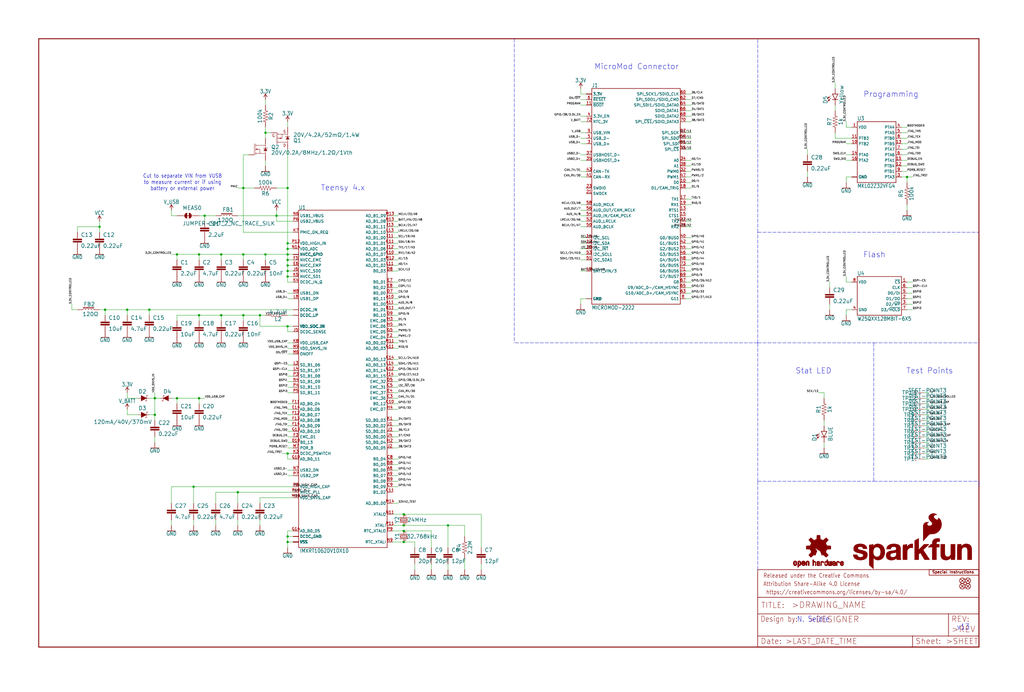
<source format=kicad_sch>
(kicad_sch (version 20211123) (generator eeschema)
  (paper "User" 470.306 317.906)
  (lib_symbols
    (symbol "eagleSchem-eagle-import:0.22UF-0402T-10V-10%"
      (property "Reference" "C" (at 1.524 2.921 0))
      (property "Value" "0.22UF-0402T-10V-10%" (at 1.524 -2.159 0))
      (symbol "0.22UF-0402T-10V-10%_1_0"
        (pin passive line (at 0 5.08 270) (length 2.54) (name "1") (number "1"))
        (pin passive line (at 0 -2.54 90) (length 2.54) (name "2") (number "2"))
      )
    )
    (symbol "eagleSchem-eagle-import:100KOHM-0402T-1{slash}16W-1%"
      (property "Reference" "R" (at 0 1.524 0))
      (property "Value" "100KOHM-0402T-1{slash}16W-1%" (at 0 -1.524 0))
      (symbol "100KOHM-0402T-1{slash}16W-1%_1_0"
        (pin passive line (at -5.08 0 0) (length 2.54) (name "1") (number "1"))
        (pin passive line (at 5.08 0 180) (length 2.54) (name "2") (number "2"))
      )
    )
    (symbol "eagleSchem-eagle-import:10NF-0402T-25V-10%"
      (property "Reference" "C" (at 1.524 2.921 0))
      (property "Value" "10NF-0402T-25V-10%" (at 1.524 -2.159 0))
      (symbol "10NF-0402T-25V-10%_1_0"
        (pin passive line (at 0 5.08 270) (length 2.54) (name "1") (number "1"))
        (pin passive line (at 0 -2.54 90) (length 2.54) (name "2") (number "2"))
      )
    )
    (symbol "eagleSchem-eagle-import:10UF-0402T-6.3V-20%"
      (property "Reference" "C" (at 1.524 2.921 0))
      (property "Value" "10UF-0402T-6.3V-20%" (at 1.524 -2.159 0))
      (symbol "10UF-0402T-6.3V-20%_1_0"
        (pin passive line (at 0 5.08 270) (length 2.54) (name "1") (number "1"))
        (pin passive line (at 0 -2.54 90) (length 2.54) (name "2") (number "2"))
      )
    )
    (symbol "eagleSchem-eagle-import:12PF-0402T-50V-5%"
      (property "Reference" "C" (at 1.524 2.921 0))
      (property "Value" "12PF-0402T-50V-5%" (at 1.524 -2.159 0))
      (symbol "12PF-0402T-50V-5%_1_0"
        (pin passive line (at 0 5.08 270) (length 2.54) (name "1") (number "1"))
        (pin passive line (at 0 -2.54 90) (length 2.54) (name "2") (number "2"))
      )
    )
    (symbol "eagleSchem-eagle-import:1KOHM-0402T-1{slash}16W-1%"
      (property "Reference" "R" (at 0 1.524 0))
      (property "Value" "1KOHM-0402T-1{slash}16W-1%" (at 0 -1.524 0))
      (symbol "1KOHM-0402T-1{slash}16W-1%_1_0"
        (pin passive line (at -5.08 0 0) (length 2.54) (name "1") (number "1"))
        (pin passive line (at 5.08 0 180) (length 2.54) (name "2") (number "2"))
      )
    )
    (symbol "eagleSchem-eagle-import:2.2MOHMS-0402T-1{slash}10W-1%"
      (property "Reference" "R" (at 0 1.524 0))
      (property "Value" "2.2MOHMS-0402T-1{slash}10W-1%" (at 0 -1.524 0))
      (symbol "2.2MOHMS-0402T-1{slash}10W-1%_1_0"
        (pin passive line (at -5.08 0 0) (length 2.54) (name "1") (number "1"))
        (pin passive line (at 5.08 0 180) (length 2.54) (name "2") (number "2"))
      )
    )
    (symbol "eagleSchem-eagle-import:2.2UF-0402_TIGHT-10V-10%-X5R"
      (property "Reference" "C" (at 1.524 2.921 0))
      (property "Value" "2.2UF-0402_TIGHT-10V-10%-X5R" (at 1.524 -2.159 0))
      (symbol "2.2UF-0402_TIGHT-10V-10%-X5R_1_0"
        (pin passive line (at 0 5.08 270) (length 2.54) (name "1") (number "1"))
        (pin passive line (at 0 -2.54 90) (length 2.54) (name "2") (number "2"))
      )
    )
    (symbol "eagleSchem-eagle-import:20PF-0402T-50V-5%"
      (property "Reference" "C" (at 1.524 2.921 0))
      (property "Value" "20PF-0402T-50V-5%" (at 1.524 -2.159 0))
      (symbol "20PF-0402T-50V-5%_1_0"
        (pin passive line (at 0 5.08 270) (length 2.54) (name "1") (number "1"))
        (pin passive line (at 0 -2.54 90) (length 2.54) (name "2") (number "2"))
      )
    )
    (symbol "eagleSchem-eagle-import:3.3V" (power)
      (property "Value" "3.3V" (at 0 2.794 0))
      (symbol "3.3V_1_0"
        (pin power_in line (at 0 0 90) (length 2.54) (name "3.3V") (number "1"))
      )
    )
    (symbol "eagleSchem-eagle-import:4.7UF-0402_TIGHT-6.3V-20%-X5R"
      (property "Reference" "C" (at 1.524 2.921 0))
      (property "Value" "4.7UF-0402_TIGHT-6.3V-20%-X5R" (at 1.524 -2.159 0))
      (symbol "4.7UF-0402_TIGHT-6.3V-20%-X5R_1_0"
        (pin passive line (at 0 5.08 270) (length 2.54) (name "1") (number "1"))
        (pin passive line (at 0 -2.54 90) (length 2.54) (name "2") (number "2"))
      )
    )
    (symbol "eagleSchem-eagle-import:4.7μH_SHIELDED_INDUCTOR"
      (property "Reference" "L" (at 1.27 2.54 0))
      (property "Value" "4.7μH_SHIELDED_INDUCTOR" (at 1.27 -2.54 0))
      (symbol "4.7μH_SHIELDED_INDUCTOR_1_0"
        (pin passive line (at 0 5.08 270) (length 2.54) (name "1") (number "1"))
        (pin passive line (at 0 -5.08 90) (length 2.54) (name "2") (number "2"))
      )
    )
    (symbol "eagleSchem-eagle-import:CRYSTAL-24MHZ-SMD-2.0X1.6MM"
      (property "Reference" "Y" (at 0 2.032 0))
      (property "Value" "CRYSTAL-24MHZ-SMD-2.0X1.6MM" (at 0 -2.032 0))
      (symbol "CRYSTAL-24MHZ-SMD-2.0X1.6MM_1_0"
        (text "1" (at -2.159 -1.143 0) (effects (font (size 0.8636 0.734)) (justify left bottom)))
        (text "2" (at 1.524 -1.143 0) (effects (font (size 0.8636 0.734)) (justify left bottom)))
        (pin passive line (at -2.54 0 0) (length 0) (name "1") (number "1"))
        (pin passive line (at 2.54 0 180) (length 0) (name "2") (number "3"))
      )
    )
    (symbol "eagleSchem-eagle-import:CRYSTAL-32.768KHZSMD-3.2X1.5"
      (property "Reference" "Y" (at 0 2.032 0))
      (property "Value" "CRYSTAL-32.768KHZSMD-3.2X1.5" (at 0 -2.032 0))
      (symbol "CRYSTAL-32.768KHZSMD-3.2X1.5_1_0"
        (text "1" (at -2.159 -1.143 0) (effects (font (size 0.8636 0.734)) (justify left bottom)))
        (text "2" (at 1.524 -1.143 0) (effects (font (size 0.8636 0.734)) (justify left bottom)))
        (pin passive line (at -2.54 0 0) (length 0) (name "1") (number "P$1"))
        (pin passive line (at 2.54 0 180) (length 0) (name "2") (number "P$2"))
      )
    )
    (symbol "eagleSchem-eagle-import:DIODE-SCHOTTKY-RB751S40"
      (property "Reference" "D" (at -2.54 2.032 0))
      (property "Value" "DIODE-SCHOTTKY-RB751S40" (at -2.54 -2.032 0))
      (symbol "DIODE-SCHOTTKY-RB751S40_1_0"
        (pin passive line (at -2.54 0 0) (length 0) (name "A") (number "A"))
        (pin passive line (at 2.54 0 180) (length 0) (name "C") (number "C"))
      )
    )
    (symbol "eagleSchem-eagle-import:FERRITE_BEAD-120_OHM-0402T"
      (property "Reference" "FB" (at 1.27 2.54 0))
      (property "Value" "FERRITE_BEAD-120_OHM-0402T" (at 1.27 -2.54 0))
      (symbol "FERRITE_BEAD-120_OHM-0402T_1_0"
        (pin passive line (at 0 5.08 270) (length 2.54) (name "1") (number "1"))
        (pin passive line (at 0 -5.08 90) (length 2.54) (name "2") (number "2"))
      )
    )
    (symbol "eagleSchem-eagle-import:FIDUCIALUFIDUCIAL")
    (symbol "eagleSchem-eagle-import:FRAME-LEDGER"
      (symbol "FRAME-LEDGER_2_0"
        (text " https://creativecommons.org/licenses/by-sa/4.0/" (at 2.54 24.13 0) (effects (font (size 1.9304 1.6408)) (justify left bottom)))
        (text ">DESIGNER" (at 23.114 11.176 0) (effects (font (size 2.7432 2.7432)) (justify left bottom)))
        (text ">DRAWING_NAME" (at 15.494 17.78 0) (effects (font (size 2.7432 2.7432)) (justify left bottom)))
        (text ">LAST_DATE_TIME" (at 12.7 1.27 0) (effects (font (size 2.54 2.54)) (justify left bottom)))
        (text ">REV" (at 88.9 6.604 0) (effects (font (size 2.7432 2.7432)) (justify left bottom)))
        (text ">SHEET" (at 86.36 1.27 0) (effects (font (size 2.54 2.54)) (justify left bottom)))
        (text "Attribution Share-Alike 4.0 License" (at 2.54 27.94 0) (effects (font (size 1.9304 1.6408)) (justify left bottom)))
        (text "Date:" (at 1.27 1.27 0) (effects (font (size 2.54 2.54)) (justify left bottom)))
        (text "Design by:" (at 1.27 11.43 0) (effects (font (size 2.54 2.159)) (justify left bottom)))
        (text "Released under the Creative Commons" (at 2.54 31.75 0) (effects (font (size 1.9304 1.6408)) (justify left bottom)))
        (text "REV:" (at 88.9 11.43 0) (effects (font (size 2.54 2.54)) (justify left bottom)))
        (text "Sheet:" (at 72.39 1.27 0) (effects (font (size 2.54 2.54)) (justify left bottom)))
        (text "TITLE:" (at 1.524 17.78 0) (effects (font (size 2.54 2.54)) (justify left bottom)))
      )
    )
    (symbol "eagleSchem-eagle-import:GND" (power)
      (property "Value" "GND" (at 0 -0.254 0))
      (symbol "GND_1_0"
        (pin power_in line (at 0 2.54 270) (length 2.54) (name "GND") (number "1"))
      )
    )
    (symbol "eagleSchem-eagle-import:IMXRT1062DV10X10"
      (property "Reference" "U" (at -20.32 76.454 0))
      (property "Value" "IMXRT1062DV10X10" (at -20.32 -78.994 0))
      (symbol "IMXRT1062DV10X10_1_0"
        (pin bidirectional line (at -22.86 -76.2 0) (length 2.54) (name "VSS") (number "A1"))
        (pin bidirectional line (at 22.86 35.56 180) (length 2.54) (name "B0_11") (number "A10"))
        (pin bidirectional line (at 22.86 33.02 180) (length 2.54) (name "B1_00") (number "A11"))
        (pin bidirectional line (at -22.86 -76.2 0) (length 2.54) (name "VSS") (number "A14"))
        (pin bidirectional line (at 22.86 -43.18 180) (length 2.54) (name "B0_06") (number "A8"))
        (pin bidirectional line (at 22.86 -45.72 180) (length 2.54) (name "B0_07") (number "A9"))
        (pin bidirectional line (at -22.86 -76.2 0) (length 2.54) (name "VSS") (number "B10"))
        (pin bidirectional line (at 22.86 30.48 180) (length 2.54) (name "B1_01") (number "B11"))
        (pin bidirectional line (at -22.86 -76.2 0) (length 2.54) (name "VSS") (number "B5"))
        (pin bidirectional line (at 22.86 -40.64 180) (length 2.54) (name "B0_05") (number "B8"))
        (pin bidirectional line (at 22.86 -48.26 180) (length 2.54) (name "B0_08") (number "B9"))
        (pin bidirectional line (at 22.86 -12.7 180) (length 2.54) (name "B0_12") (number "C10"))
        (pin bidirectional line (at 22.86 -53.34 180) (length 2.54) (name "B1_02") (number "C11"))
        (pin bidirectional line (at 22.86 -10.16 180) (length 2.54) (name "EMC_36") (number "C3"))
        (pin bidirectional line (at 22.86 -5.08 180) (length 2.54) (name "EMC_31") (number "C5"))
        (pin bidirectional line (at 22.86 -38.1 180) (length 2.54) (name "B0_04") (number "C8"))
        (pin bidirectional line (at 22.86 -50.8 180) (length 2.54) (name "B0_09") (number "C9"))
        (pin bidirectional line (at -22.86 -30.48 0) (length 2.54) (name "B0_13") (number "D10"))
        (pin bidirectional line (at 22.86 -2.54 180) (length 2.54) (name "EMC_32") (number "D5"))
        (pin bidirectional line (at 22.86 38.1 180) (length 2.54) (name "B0_00") (number "D7"))
        (pin bidirectional line (at 22.86 48.26 180) (length 2.54) (name "B0_03") (number "D8"))
        (pin bidirectional line (at 22.86 27.94 180) (length 2.54) (name "B0_10") (number "D9"))
        (pin bidirectional line (at -22.86 -76.2 0) (length 2.54) (name "VSS") (number "E13"))
        (pin bidirectional line (at -22.86 -15.24 0) (length 2.54) (name "AD_B0_06") (number "E14"))
        (pin bidirectional line (at -22.86 -76.2 0) (length 2.54) (name "VSS") (number "E2"))
        (pin bidirectional line (at 22.86 -7.62 180) (length 2.54) (name "EMC_37") (number "E4"))
        (pin bidirectional line (at -22.86 50.8 0) (length 2.54) (name "NVCC_EMP") (number "E6"))
        (pin bidirectional line (at 22.86 43.18 180) (length 2.54) (name "B0_01") (number "E7"))
        (pin bidirectional line (at 22.86 40.64 180) (length 2.54) (name "B0_02") (number "E8"))
        (pin bidirectional line (at -22.86 55.88 0) (length 2.54) (name "NVCC_GPIO") (number "E9"))
        (pin bidirectional line (at -22.86 55.88 0) (length 2.54) (name "NVCC_GPIO") (number "F10"))
        (pin bidirectional line (at -22.86 -12.7 0) (length 2.54) (name "AD_B0_04") (number "F11"))
        (pin bidirectional line (at -22.86 -17.78 0) (length 2.54) (name "AD_B0_07") (number "F12"))
        (pin bidirectional line (at -22.86 -20.32 0) (length 2.54) (name "AD_B0_08") (number "F13"))
        (pin bidirectional line (at -22.86 -22.86 0) (length 2.54) (name "AD_B0_09") (number "F14"))
        (pin bidirectional line (at 22.86 17.78 180) (length 2.54) (name "EMC_04") (number "F2"))
        (pin bidirectional line (at -22.86 -27.94 0) (length 2.54) (name "EMC_01") (number "F3"))
        (pin bidirectional line (at -22.86 53.34 0) (length 2.54) (name "NVCC_EMC") (number "F5"))
        (pin bidirectional line (at -22.86 22.86 0) (length 2.54) (name "VDD_SOC_IN") (number "F6"))
        (pin bidirectional line (at -22.86 22.86 0) (length 2.54) (name "VDD_SOC_IN") (number "F7"))
        (pin bidirectional line (at -22.86 22.86 0) (length 2.54) (name "VDD_SOC_IN") (number "F8"))
        (pin bidirectional line (at -22.86 22.86 0) (length 2.54) (name "VDD_SOC_IN") (number "F9"))
        (pin bidirectional line (at -22.86 -38.1 0) (length 2.54) (name "AD_B0_11") (number "G10"))
        (pin bidirectional line (at 22.86 12.7 180) (length 2.54) (name "AD_B0_03") (number "G11"))
        (pin bidirectional line (at 22.86 2.54 180) (length 2.54) (name "AD_B1_14") (number "G12"))
        (pin bidirectional line (at -22.86 -25.4 0) (length 2.54) (name "AD_B0_10") (number "G13"))
        (pin bidirectional line (at -22.86 -71.12 0) (length 2.54) (name "AD_B0_05") (number "G14"))
        (pin bidirectional line (at 22.86 20.32 180) (length 2.54) (name "EMC_05") (number "G5"))
        (pin bidirectional line (at -22.86 22.86 0) (length 2.54) (name "VDD_SOC_IN") (number "G6"))
        (pin bidirectional line (at -22.86 -76.2 0) (length 2.54) (name "VSS") (number "G7"))
        (pin bidirectional line (at -22.86 -76.2 0) (length 2.54) (name "VSS") (number "G8"))
        (pin bidirectional line (at -22.86 22.86 0) (length 2.54) (name "VDD_SOC_IN") (number "G9"))
        (pin bidirectional line (at 22.86 71.12 180) (length 2.54) (name "AD_B1_08") (number "H13"))
        (pin bidirectional line (at 22.86 -30.48 180) (length 2.54) (name "SD_B0_04") (number "H2"))
        (pin bidirectional line (at 22.86 25.4 180) (length 2.54) (name "EMC_08") (number "H3"))
        (pin bidirectional line (at 22.86 -15.24 180) (length 2.54) (name "EMC_07") (number "H4"))
        (pin bidirectional line (at 22.86 22.86 180) (length 2.54) (name "EMC_06") (number "H5"))
        (pin bidirectional line (at -22.86 22.86 0) (length 2.54) (name "VDD_SOC_IN") (number "H6"))
        (pin bidirectional line (at -22.86 -76.2 0) (length 2.54) (name "VSS") (number "H7"))
        (pin bidirectional line (at -22.86 -76.2 0) (length 2.54) (name "VSS") (number "H8"))
        (pin bidirectional line (at -22.86 22.86 0) (length 2.54) (name "VDD_SOC_IN") (number "H9"))
        (pin bidirectional line (at 22.86 -22.86 180) (length 2.54) (name "SD_B0_02") (number "J1"))
        (pin bidirectional line (at -22.86 55.88 0) (length 2.54) (name "NVCC_GPIO") (number "J10"))
        (pin bidirectional line (at 22.86 63.5 180) (length 2.54) (name "AD_B1_00") (number "J11"))
        (pin bidirectional line (at 22.86 58.42 180) (length 2.54) (name "AD_B1_06") (number "J12"))
        (pin bidirectional line (at 22.86 68.58 180) (length 2.54) (name "AD_B1_11") (number "J13"))
        (pin bidirectional line (at 22.86 0 180) (length 2.54) (name "AD_B1_15") (number "J14"))
        (pin bidirectional line (at 22.86 -33.02 180) (length 2.54) (name "SD_B0_05") (number "J2"))
        (pin bidirectional line (at 22.86 -25.4 180) (length 2.54) (name "SD_B0_01") (number "J3"))
        (pin bidirectional line (at 22.86 -27.94 180) (length 2.54) (name "SD_B0_00") (number "J4"))
        (pin bidirectional line (at -22.86 20.32 0) (length 2.54) (name "DCDC_SENSE") (number "J5"))
        (pin bidirectional line (at -22.86 48.26 0) (length 2.54) (name "NVCC_SD0") (number "J6"))
        (pin bidirectional line (at -22.86 -76.2 0) (length 2.54) (name "VSS") (number "J7"))
        (pin bidirectional line (at -22.86 -76.2 0) (length 2.54) (name "VSS") (number "J8"))
        (pin bidirectional line (at -22.86 22.86 0) (length 2.54) (name "VDD_SOC_IN") (number "J9"))
        (pin bidirectional line (at 22.86 -20.32 180) (length 2.54) (name "SD_B0_03") (number "K1"))
        (pin bidirectional line (at 22.86 55.88 180) (length 2.54) (name "AD_B1_07") (number "K10"))
        (pin bidirectional line (at 22.86 60.96 180) (length 2.54) (name "AD_B1_01") (number "K11"))
        (pin bidirectional line (at -22.86 -76.2 0) (length 2.54) (name "VSS") (number "K13"))
        (pin bidirectional line (at 22.86 7.62 180) (length 2.54) (name "AD_B0_12") (number "K14"))
        (pin bidirectional line (at -22.86 -76.2 0) (length 2.54) (name "VSS") (number "K2"))
        (pin bidirectional line (at -22.86 -35.56 0) (length 2.54) (name "DCDC_PSWITCH") (number "K3"))
        (pin bidirectional line (at -22.86 43.18 0) (length 2.54) (name "DCDC_IN_Q") (number "K4"))
        (pin bidirectional line (at -22.86 45.72 0) (length 2.54) (name "NVCC_SD1") (number "K5"))
        (pin bidirectional line (at -22.86 -76.2 0) (length 2.54) (name "VSS") (number "K6"))
        (pin bidirectional line (at -22.86 66.04 0) (length 2.54) (name "PMIC_ON_REQ") (number "K7"))
        (pin bidirectional line (at -22.86 15.24 0) (length 2.54) (name "VDD_USB_CAP") (number "K8"))
        (pin bidirectional line (at -22.86 -76.2 0) (length 2.54) (name "VSS") (number "K9"))
        (pin bidirectional line (at -22.86 30.48 0) (length 2.54) (name "DCDC_IN") (number "L1"))
        (pin bidirectional line (at 22.86 50.8 180) (length 2.54) (name "AD_B1_02") (number "L11"))
        (pin bidirectional line (at 22.86 66.04 180) (length 2.54) (name "AD_B1_10") (number "L13"))
        (pin bidirectional line (at 22.86 5.08 180) (length 2.54) (name "AD_B0_13") (number "L14"))
        (pin bidirectional line (at -22.86 30.48 0) (length 2.54) (name "DCDC_IN") (number "L2"))
        (pin bidirectional line (at -22.86 5.08 0) (length 2.54) (name "SD_B1_06") (number "L3"))
        (pin bidirectional line (at -22.86 2.54 0) (length 2.54) (name "SD_B1_07") (number "L4"))
        (pin bidirectional line (at -22.86 35.56 0) (length 2.54) (name "USB1_DP") (number "L8"))
        (pin bidirectional line (at -22.86 -76.2 0) (length 2.54) (name "VSS") (number "L9"))
        (pin bidirectional line (at -22.86 27.94 0) (length 2.54) (name "DCDC_LP") (number "M1"))
        (pin bidirectional line (at -22.86 -55.88 0) (length 2.54) (name "VDD_SNVS_CAP") (number "M10"))
        (pin bidirectional line (at 22.86 15.24 180) (length 2.54) (name "AD_B0_02") (number "M11"))
        (pin bidirectional line (at 22.86 53.34 180) (length 2.54) (name "AD_B1_03") (number "M12"))
        (pin bidirectional line (at 22.86 73.66 180) (length 2.54) (name "AD_B1_09") (number "M13"))
        (pin bidirectional line (at 22.86 -58.42 180) (length 2.54) (name "AD_B0_00") (number "M14"))
        (pin bidirectional line (at -22.86 27.94 0) (length 2.54) (name "DCDC_LP") (number "M2"))
        (pin bidirectional line (at -22.86 10.16 0) (length 2.54) (name "ONOFF") (number "M6"))
        (pin bidirectional line (at -22.86 -33.02 0) (length 2.54) (name "POR_B") (number "M7"))
        (pin bidirectional line (at -22.86 38.1 0) (length 2.54) (name "USB1_DN") (number "M8"))
        (pin bidirectional line (at -22.86 12.7 0) (length 2.54) (name "VDD_SNVS_IN") (number "M9"))
        (pin bidirectional line (at -22.86 -73.66 0) (length 2.54) (name "DCDC_GND") (number "N1"))
        (pin bidirectional line (at 22.86 -63.5 180) (length 2.54) (name "XTALO") (number "N11"))
        (pin bidirectional line (at -22.86 58.42 0) (length 2.54) (name "VDD_ADC") (number "N14"))
        (pin bidirectional line (at -22.86 -73.66 0) (length 2.54) (name "DCDC_GND") (number "N2"))
        (pin bidirectional line (at -22.86 -2.54 0) (length 2.54) (name "SD_B1_09") (number "N4"))
        (pin bidirectional line (at -22.86 -76.2 0) (length 2.54) (name "VSS") (number "N5"))
        (pin bidirectional line (at -22.86 73.66 0) (length 2.54) (name "USB1_VBUS") (number "N6"))
        (pin bidirectional line (at -22.86 -43.18 0) (length 2.54) (name "USB2_DN") (number "N7"))
        (pin bidirectional line (at -22.86 -76.2 0) (length 2.54) (name "VSS") (number "N8"))
        (pin bidirectional line (at 22.86 -76.2 180) (length 2.54) (name "RTC_XTALI") (number "N9"))
        (pin bidirectional line (at -22.86 -76.2 0) (length 2.54) (name "VSS") (number "P1"))
        (pin bidirectional line (at -22.86 -53.34 0) (length 2.54) (name "NVCC_PLL") (number "P10"))
        (pin bidirectional line (at 22.86 -68.58 180) (length 2.54) (name "XTALI") (number "P11"))
        (pin bidirectional line (at -22.86 60.96 0) (length 2.54) (name "VDD_HIGH_IN") (number "P12"))
        (pin bidirectional line (at -22.86 -76.2 0) (length 2.54) (name "VSS") (number "P14"))
        (pin bidirectional line (at -22.86 0 0) (length 2.54) (name "SD_B1_08") (number "P3"))
        (pin bidirectional line (at -22.86 -5.08 0) (length 2.54) (name "SD_B1_10") (number "P4"))
        (pin bidirectional line (at -22.86 -7.62 0) (length 2.54) (name "SD_B1_11") (number "P5"))
        (pin bidirectional line (at -22.86 71.12 0) (length 2.54) (name "USB2_VBUS") (number "P6"))
        (pin bidirectional line (at -22.86 -45.72 0) (length 2.54) (name "USB2_DP") (number "P7"))
        (pin bidirectional line (at -22.86 -50.8 0) (length 2.54) (name "VDD_HIGH_CAP") (number "P8"))
        (pin bidirectional line (at 22.86 -71.12 180) (length 2.54) (name "RTC_XTALO") (number "P9"))
      )
    )
    (symbol "eagleSchem-eagle-import:JUMPER-SMT_2_NC_TRACE_SILK"
      (property "Reference" "JP" (at -2.54 2.54 0))
      (property "Value" "JUMPER-SMT_2_NC_TRACE_SILK" (at -2.54 -2.54 0))
      (symbol "JUMPER-SMT_2_NC_TRACE_SILK_1_0"
        (pin passive line (at -5.08 0 0) (length 2.54) (name "1") (number "1"))
        (pin passive line (at 5.08 0 180) (length 2.54) (name "2") (number "2"))
      )
    )
    (symbol "eagleSchem-eagle-import:LED-BLUE0603"
      (property "Reference" "D" (at -3.429 -4.572 90))
      (property "Value" "LED-BLUE0603" (at 1.905 -4.572 90))
      (symbol "LED-BLUE0603_1_0"
        (pin passive line (at 0 2.54 270) (length 2.54) (name "A") (number "A"))
        (pin passive line (at 0 -5.08 90) (length 2.54) (name "C") (number "C"))
      )
    )
    (symbol "eagleSchem-eagle-import:LED-YELLOW0603"
      (property "Reference" "D" (at -3.429 -4.572 90))
      (property "Value" "LED-YELLOW0603" (at 1.905 -4.572 90))
      (symbol "LED-YELLOW0603_1_0"
        (pin passive line (at 0 2.54 270) (length 2.54) (name "A") (number "A"))
        (pin passive line (at 0 -5.08 90) (length 2.54) (name "C") (number "C"))
      )
    )
    (symbol "eagleSchem-eagle-import:MICROMOD-2222"
      (property "Reference" "J" (at -20.32 53.848 0))
      (property "Value" "MICROMOD-2222" (at -20.32 -48.26 0))
      (symbol "MICROMOD-2222_1_0"
        (pin bidirectional line (at -22.86 -43.18 0) (length 2.54) (name "GND") (number "1"))
        (pin bidirectional line (at 22.86 10.16 180) (length 2.54) (name "D0") (number "10"))
        (pin bidirectional line (at -22.86 45.72 0) (length 2.54) (name "~{BOOT}") (number "11"))
        (pin bidirectional line (at -22.86 -17.78 0) (length 2.54) (name "I2C_SDA") (number "12"))
        (pin bidirectional line (at 22.86 -2.54 180) (length 2.54) (name "RTS1") (number "13"))
        (pin bidirectional line (at -22.86 -15.24 0) (length 2.54) (name "I2C_SCL") (number "14"))
        (pin bidirectional line (at 22.86 -5.08 180) (length 2.54) (name "CTS1") (number "15"))
        (pin bidirectional line (at -22.86 -20.32 0) (length 2.54) (name "I2C_~{INT}") (number "16"))
        (pin bidirectional line (at 22.86 2.54 180) (length 2.54) (name "TX1") (number "17"))
        (pin bidirectional line (at 22.86 7.62 180) (length 2.54) (name "D1/CAM_TRIG") (number "18"))
        (pin bidirectional line (at 22.86 0 180) (length 2.54) (name "RX1") (number "19"))
        (pin bidirectional line (at -22.86 50.8 0) (length 2.54) (name "3.3V") (number "2"))
        (pin bidirectional line (at 22.86 -10.16 180) (length 2.54) (name "RX2") (number "20"))
        (pin bidirectional line (at -22.86 5.08 0) (length 2.54) (name "SWDCK") (number "21"))
        (pin bidirectional line (at 22.86 -7.62 180) (length 2.54) (name "TX2") (number "22"))
        (pin bidirectional line (at -22.86 7.62 0) (length 2.54) (name "SWDIO") (number "23"))
        (pin bidirectional line (at -22.86 27.94 0) (length 2.54) (name "USB_D+") (number "3"))
        (pin bidirectional line (at 22.86 15.24 180) (length 2.54) (name "PWM0") (number "32"))
        (pin bidirectional line (at -22.86 -43.18 0) (length 2.54) (name "GND") (number "33"))
        (pin bidirectional line (at 22.86 20.32 180) (length 2.54) (name "A0") (number "34"))
        (pin bidirectional line (at -22.86 20.32 0) (length 2.54) (name "USBHOST_D+") (number "35"))
        (pin bidirectional line (at -22.86 -43.18 0) (length 2.54) (name "GND") (number "36"))
        (pin bidirectional line (at -22.86 22.86 0) (length 2.54) (name "USBHOST_D-") (number "37"))
        (pin bidirectional line (at 22.86 17.78 180) (length 2.54) (name "A1") (number "38"))
        (pin bidirectional line (at -22.86 -43.18 0) (length 2.54) (name "GND") (number "39"))
        (pin bidirectional line (at -22.86 40.64 0) (length 2.54) (name "3.3V_EN") (number "4"))
        (pin bidirectional line (at 22.86 -15.24 180) (length 2.54) (name "G0/BUS0") (number "40"))
        (pin bidirectional line (at -22.86 12.7 0) (length 2.54) (name "CAN-RX") (number "41"))
        (pin bidirectional line (at 22.86 -17.78 180) (length 2.54) (name "G1/BUS1") (number "42"))
        (pin bidirectional line (at -22.86 15.24 0) (length 2.54) (name "CAN-TX") (number "43"))
        (pin bidirectional line (at 22.86 -20.32 180) (length 2.54) (name "G2/BUS2") (number "44"))
        (pin bidirectional line (at -22.86 -43.18 0) (length 2.54) (name "GND") (number "45"))
        (pin bidirectional line (at 22.86 -22.86 180) (length 2.54) (name "G3/BUS3") (number "46"))
        (pin bidirectional line (at 22.86 12.7 180) (length 2.54) (name "PWM1") (number "47"))
        (pin bidirectional line (at 22.86 -25.4 180) (length 2.54) (name "G4/BUS4") (number "48"))
        (pin bidirectional line (at -22.86 -30.48 0) (length 2.54) (name "BATT_VIN/3") (number "49"))
        (pin bidirectional line (at -22.86 30.48 0) (length 2.54) (name "USB_D-") (number "5"))
        (pin bidirectional line (at -22.86 -10.16 0) (length 2.54) (name "AUD_BCLK") (number "50"))
        (pin bidirectional line (at -22.86 -25.4 0) (length 2.54) (name "I2C_SDA1") (number "51"))
        (pin bidirectional line (at -22.86 -7.62 0) (length 2.54) (name "AUD_LRCLK") (number "52"))
        (pin bidirectional line (at -22.86 -22.86 0) (length 2.54) (name "I2C_SCL1") (number "53"))
        (pin bidirectional line (at -22.86 -5.08 0) (length 2.54) (name "AUD_IN/CAM_PCLK") (number "54"))
        (pin bidirectional line (at 22.86 25.4 180) (length 2.54) (name "SPI_~{CS}") (number "55"))
        (pin bidirectional line (at -22.86 -2.54 0) (length 2.54) (name "AUD_OUT/CAM_MCLK") (number "56"))
        (pin bidirectional line (at 22.86 33.02 180) (length 2.54) (name "SPI_SCK") (number "57"))
        (pin bidirectional line (at -22.86 0 0) (length 2.54) (name "AUD_MCLK") (number "58"))
        (pin bidirectional line (at 22.86 30.48 180) (length 2.54) (name "SPI_SDO") (number "59"))
        (pin bidirectional line (at -22.86 48.26 0) (length 2.54) (name "~{RESET}") (number "6"))
        (pin bidirectional line (at 22.86 50.8 180) (length 2.54) (name "SPI_SCK1/SDIO_CLK") (number "60"))
        (pin bidirectional line (at 22.86 27.94 180) (length 2.54) (name "SPI_SDI") (number "61"))
        (pin bidirectional line (at 22.86 48.26 180) (length 2.54) (name "SPI_SDO1/SDIO_CMD") (number "62"))
        (pin bidirectional line (at 22.86 -40.64 180) (length 2.54) (name "G10/ADC_D+/CAM_VSYNC") (number "63"))
        (pin bidirectional line (at 22.86 45.72 180) (length 2.54) (name "SPI_SDI1/SDIO_DATA0") (number "64"))
        (pin bidirectional line (at 22.86 -38.1 180) (length 2.54) (name "G9/ADC_D-/CAM_HSYNC") (number "65"))
        (pin bidirectional line (at 22.86 43.18 180) (length 2.54) (name "SDIO_DATA1") (number "66"))
        (pin bidirectional line (at 22.86 -35.56 180) (length 2.54) (name "G8") (number "67"))
        (pin bidirectional line (at 22.86 40.64 180) (length 2.54) (name "SDIO_DATA2") (number "68"))
        (pin bidirectional line (at 22.86 -33.02 180) (length 2.54) (name "G7/BUS7") (number "69"))
        (pin bidirectional line (at -22.86 -43.18 0) (length 2.54) (name "GND") (number "7"))
        (pin bidirectional line (at 22.86 38.1 180) (length 2.54) (name "SPI_~{CS1}/SDIO_DATA3") (number "70"))
        (pin bidirectional line (at 22.86 -30.48 180) (length 2.54) (name "G6/BUS6") (number "71"))
        (pin bidirectional line (at -22.86 38.1 0) (length 2.54) (name "RTC_3V") (number "72"))
        (pin bidirectional line (at 22.86 -27.94 180) (length 2.54) (name "G5/BUS5") (number "73"))
        (pin bidirectional line (at -22.86 50.8 0) (length 2.54) (name "3.3V") (number "74"))
        (pin bidirectional line (at -22.86 -43.18 0) (length 2.54) (name "GND") (number "75"))
        (pin bidirectional line (at 22.86 -43.18 180) (length 2.54) (name "G11") (number "8"))
        (pin bidirectional line (at -22.86 33.02 0) (length 2.54) (name "USB_VIN") (number "9"))
        (pin bidirectional line (at -22.86 -43.18 0) (length 2.54) (name "GND") (number "GND1"))
        (pin bidirectional line (at -22.86 -43.18 0) (length 2.54) (name "GND") (number "GND2"))
        (pin bidirectional line (at -22.86 -43.18 0) (length 2.54) (name "GND") (number "GND3"))
      )
    )
    (symbol "eagleSchem-eagle-import:MKL02Z32VFG4QFN-16"
      (property "Reference" "U" (at -7.62 13.208 0))
      (property "Value" "MKL02Z32VFG4QFN-16" (at -7.62 -17.78 0))
      (symbol "MKL02Z32VFG4QFN-16_1_0"
        (pin bidirectional line (at -10.16 10.16 0) (length 2.54) (name "VDD") (number "1"))
        (pin bidirectional line (at -10.16 2.54 0) (length 2.54) (name "PTB2") (number "10"))
        (pin bidirectional line (at -10.16 5.08 0) (length 2.54) (name "PTB3") (number "11"))
        (pin bidirectional line (at 12.7 -7.62 180) (length 2.54) (name "PTB4") (number "12"))
        (pin bidirectional line (at 12.7 2.54 180) (length 2.54) (name "PTB5") (number "13"))
        (pin bidirectional line (at -10.16 -2.54 0) (length 2.54) (name "PTA0") (number "14"))
        (pin bidirectional line (at 12.7 -5.08 180) (length 2.54) (name "PTA1") (number "15"))
        (pin bidirectional line (at -10.16 -5.08 0) (length 2.54) (name "PTA2") (number "16"))
        (pin bidirectional line (at -10.16 -12.7 0) (length 2.54) (name "GND") (number "17"))
        (pin bidirectional line (at -10.16 -12.7 0) (length 2.54) (name "GND") (number "2"))
        (pin bidirectional line (at 12.7 -12.7 180) (length 2.54) (name "PTA3") (number "3"))
        (pin bidirectional line (at 12.7 10.16 180) (length 2.54) (name "PTA4") (number "4"))
        (pin bidirectional line (at 12.7 7.62 180) (length 2.54) (name "PTA5") (number "5"))
        (pin bidirectional line (at 12.7 -2.54 180) (length 2.54) (name "PTA6") (number "6"))
        (pin bidirectional line (at 12.7 0 180) (length 2.54) (name "PTA7") (number "7"))
        (pin bidirectional line (at 12.7 5.08 180) (length 2.54) (name "PTB0") (number "8"))
        (pin bidirectional line (at 12.7 -10.16 180) (length 2.54) (name "PTB1") (number "9"))
      )
    )
    (symbol "eagleSchem-eagle-import:MOSFET-NCH-RE1C00UNTL"
      (property "Reference" "Q" (at 5.08 0 0))
      (property "Value" "MOSFET-NCH-RE1C00UNTL" (at 5.08 -2.54 0))
      (symbol "MOSFET-NCH-RE1C00UNTL_1_0"
        (pin bidirectional line (at -5.08 -2.54 0) (length 2.54) (name "G") (number "1"))
        (pin bidirectional line (at 2.54 -5.08 90) (length 2.54) (name "S") (number "2"))
        (pin bidirectional line (at 2.54 5.08 270) (length 2.54) (name "D") (number "3"))
      )
    )
    (symbol "eagleSchem-eagle-import:MOSFET_PCH-DMG2305UX-7"
      (property "Reference" "Q" (at 5.08 0 0))
      (property "Value" "MOSFET_PCH-DMG2305UX-7" (at 5.08 -2.54 0))
      (symbol "MOSFET_PCH-DMG2305UX-7_1_0"
        (text "D" (at 0.508 2.54 0) (effects (font (size 1.27 1.0795)) (justify left bottom)))
        (text "G" (at -3.302 -0.508 0) (effects (font (size 1.27 1.0795)) (justify right top)))
        (text "S" (at 0.508 -3.81 0) (effects (font (size 1.27 1.0795)) (justify left bottom)))
        (pin bidirectional line (at -5.08 -2.54 0) (length 2.54) (name "G") (number "1"))
        (pin bidirectional line (at 2.54 -5.08 90) (length 2.54) (name "S") (number "2"))
        (pin bidirectional line (at 2.54 5.08 270) (length 2.54) (name "D") (number "3"))
      )
    )
    (symbol "eagleSchem-eagle-import:OSHW-LOGONO_SILK")
    (symbol "eagleSchem-eagle-import:SFE_LOGO_NAME_FLAME.1_INCH")
    (symbol "eagleSchem-eagle-import:SPECIAL_INSTRUCTIONS-ORDERING"
      (symbol "SPECIAL_INSTRUCTIONS-ORDERING_1_0"
        (text "Special Instructions" (at 1.27 0.6985 0) (effects (font (size 1.27 1.27) (thickness 0.254) bold) (justify left bottom)))
      )
    )
    (symbol "eagleSchem-eagle-import:TEST-POINT3"
      (property "Reference" "TP" (at -2.54 2.54 0))
      (property "Value" "TEST-POINT3" (at -2.54 -2.54 0))
      (symbol "TEST-POINT3_1_0"
        (pin bidirectional line (at 0 0 180) (length 0) (name "1") (number "P$1"))
      )
    )
    (symbol "eagleSchem-eagle-import:VCC" (power)
      (property "Value" "VCC" (at 0 2.794 0))
      (symbol "VCC_1_0"
        (pin power_in line (at 0 0 90) (length 2.54) (name "VCC") (number "1"))
      )
    )
    (symbol "eagleSchem-eagle-import:V_BATT" (power)
      (property "Value" "V_BATT" (at 0 2.794 0))
      (symbol "V_BATT_1_0"
        (pin power_in line (at 0 0 90) (length 2.54) (name "V_BATT") (number "1"))
      )
    )
    (symbol "eagleSchem-eagle-import:V_USB" (power)
      (property "Value" "V_USB" (at 0 2.794 0))
      (symbol "V_USB_1_0"
        (pin power_in line (at 0 0 90) (length 2.54) (name "V_USB") (number "1"))
      )
    )
    (symbol "eagleSchem-eagle-import:W25QXX128MBIT-6X5-SKINNY_CENTER"
      (property "Reference" "U" (at -10.16 8.128 0))
      (property "Value" "W25QXX128MBIT-6X5-SKINNY_CENTER" (at -10.16 -12.7 0))
      (symbol "W25QXX128MBIT-6X5-SKINNY_CENTER_1_0"
        (pin bidirectional line (at 12.7 5.08 180) (length 2.54) (name "~{CS}") (number "1"))
        (pin bidirectional line (at 12.7 -2.54 180) (length 2.54) (name "D1/DO") (number "2"))
        (pin bidirectional line (at 12.7 -5.08 180) (length 2.54) (name "D2/~{WP}") (number "3"))
        (pin bidirectional line (at -12.7 -7.62 0) (length 2.54) (name "GND") (number "4"))
        (pin bidirectional line (at 12.7 0 180) (length 2.54) (name "D0/DI") (number "5"))
        (pin bidirectional line (at 12.7 2.54 180) (length 2.54) (name "CLK") (number "6"))
        (pin bidirectional line (at 12.7 -7.62 180) (length 2.54) (name "D3/~{HOLD}") (number "7"))
        (pin bidirectional line (at -12.7 5.08 0) (length 2.54) (name "VDD") (number "8"))
      )
    )
  )
  (junction (at 88.9 223.52))
  (junction (at 119.38 144.78))
  (junction (at 111.76 144.78))
  (junction (at 132.08 246.38))
  (junction (at 132.08 127))
  (junction (at 132.08 121.92))
  (junction (at 185.42 241.3))
  (junction (at 91.44 116.84))
  (junction (at 111.76 86.36))
  (junction (at 81.28 182.88))
  (junction (at 68.58 142.24))
  (junction (at 132.08 208.28))
  (junction (at 132.08 116.84))
  (junction (at 132.08 149.86))
  (junction (at 121.92 60.96))
  (junction (at 91.44 182.88))
  (junction (at 185.42 248.92))
  (junction (at 93.98 99.06))
  (junction (at 205.74 241.3))
  (junction (at 127 99.06))
  (junction (at 71.12 182.88))
  (junction (at 132.08 124.46))
  (junction (at 132.08 86.36))
  (junction (at 121.92 116.84))
  (junction (at 132.08 248.92))
  (junction (at 101.6 144.78))
  (junction (at 101.6 116.84))
  (junction (at 185.42 236.22))
  (junction (at 48.26 142.24))
  (junction (at 71.12 190.5))
  (junction (at 132.08 114.3))
  (junction (at 185.42 243.84))
  (junction (at 81.28 116.84))
  (junction (at 91.44 144.78))
  (junction (at 109.22 226.06))
  (junction (at 132.08 119.38))
  (junction (at 45.72 104.14))
  (junction (at 58.42 142.24))
  (junction (at 111.76 116.84))
  (junction (at 416.56 81.28))
  (junction (at 132.08 111.76))
  (wire (pts (xy 101.6 144.78) (xy 91.44 144.78)))
  (wire (pts (xy 269.24 114.3) (xy 266.7 114.3)))
  (wire (pts (xy 426.72 195.58) (xy 424.18 195.58)))
  (wire (pts (xy 391.16 71.12) (xy 388.62 71.12)))
  (wire (pts (xy 180.34 231.14) (xy 182.88 231.14)))
  (wire (pts (xy 198.12 243.84) (xy 198.12 251.46)))
  (wire (pts (xy 185.42 241.3) (xy 205.74 241.3)))
  (wire (pts (xy 134.62 170.18) (xy 132.08 170.18)))
  (wire (pts (xy 81.28 116.84) (xy 78.74 116.84)))
  (wire (pts (xy 378.46 193.04) (xy 378.46 195.58)))
  (wire (pts (xy 391.16 81.28) (xy 388.62 81.28)))
  (wire (pts (xy 111.76 86.36) (xy 109.22 86.36)))
  (wire (pts (xy 78.74 223.52) (xy 78.74 231.14)))
  (wire (pts (xy 91.44 182.88) (xy 81.28 182.88)))
  (wire (pts (xy 314.96 83.82) (xy 317.5 83.82)))
  (wire (pts (xy 180.34 157.48) (xy 182.88 157.48)))
  (wire (pts (xy 91.44 147.32) (xy 91.44 144.78)))
  (wire (pts (xy 314.96 43.18) (xy 317.5 43.18)))
  (wire (pts (xy 416.56 83.82) (xy 416.56 81.28)))
  (wire (pts (xy 134.62 101.6) (xy 127 101.6)))
  (wire (pts (xy 48.26 144.78) (xy 48.26 142.24)))
  (wire (pts (xy 33.02 142.24) (xy 35.56 142.24)))
  (wire (pts (xy 414.02 63.5) (xy 416.56 63.5)))
  (wire (pts (xy 416.56 142.24) (xy 419.1 142.24)))
  (wire (pts (xy 378.46 182.88) (xy 378.46 180.34)))
  (wire (pts (xy 414.02 73.66) (xy 416.56 73.66)))
  (wire (pts (xy 180.34 241.3) (xy 185.42 241.3)))
  (wire (pts (xy 132.08 114.3) (xy 132.08 111.76)))
  (wire (pts (xy 381 129.54) (xy 381 132.08)))
  (wire (pts (xy 91.44 99.06) (xy 93.98 99.06)))
  (wire (pts (xy 388.62 81.28) (xy 388.62 83.82)))
  (wire (pts (xy 269.24 71.12) (xy 266.7 71.12)))
  (wire (pts (xy 58.42 190.5) (xy 58.42 187.96)))
  (wire (pts (xy 93.98 99.06) (xy 99.06 99.06)))
  (wire (pts (xy 119.38 144.78) (xy 111.76 144.78)))
  (wire (pts (xy 391.16 142.24) (xy 388.62 142.24)))
  (wire (pts (xy 269.24 99.06) (xy 266.7 99.06)))
  (wire (pts (xy 190.5 248.92) (xy 190.5 251.46)))
  (wire (pts (xy 180.34 104.14) (xy 182.88 104.14)))
  (wire (pts (xy 314.96 48.26) (xy 317.5 48.26)))
  (wire (pts (xy 99.06 226.06) (xy 99.06 231.14)))
  (wire (pts (xy 269.24 60.96) (xy 266.7 60.96)))
  (wire (pts (xy 111.76 86.36) (xy 111.76 106.68)))
  (wire (pts (xy 180.34 193.04) (xy 182.88 193.04)))
  (wire (pts (xy 45.72 101.6) (xy 45.72 104.14)))
  (wire (pts (xy 205.74 241.3) (xy 205.74 251.46)))
  (wire (pts (xy 180.34 106.68) (xy 182.88 106.68)))
  (wire (pts (xy 269.24 124.46) (xy 266.7 124.46)))
  (polyline (pts (xy 347.98 106.68) (xy 449.58 106.68)))
  (wire (pts (xy 114.3 71.12) (xy 111.76 71.12)))
  (wire (pts (xy 180.34 111.76) (xy 182.88 111.76)))
  (wire (pts (xy 81.28 182.88) (xy 81.28 185.42)))
  (polyline (pts (xy 347.98 220.98) (xy 401.32 220.98)))
  (wire (pts (xy 180.34 119.38) (xy 182.88 119.38)))
  (wire (pts (xy 119.38 228.6) (xy 119.38 231.14)))
  (polyline (pts (xy 347.98 220.98) (xy 347.98 157.48)))
  (wire (pts (xy 414.02 68.58) (xy 416.56 68.58)))
  (wire (pts (xy 213.36 256.54) (xy 213.36 261.62)))
  (wire (pts (xy 109.22 99.06) (xy 127 99.06)))
  (wire (pts (xy 314.96 53.34) (xy 317.5 53.34)))
  (wire (pts (xy 134.62 203.2) (xy 132.08 203.2)))
  (wire (pts (xy 378.46 180.34) (xy 375.92 180.34)))
  (wire (pts (xy 88.9 241.3) (xy 88.9 238.76)))
  (wire (pts (xy 213.36 241.3) (xy 205.74 241.3)))
  (wire (pts (xy 180.34 139.7) (xy 182.88 139.7)))
  (wire (pts (xy 134.62 152.4) (xy 132.08 152.4)))
  (wire (pts (xy 127 86.36) (xy 132.08 86.36)))
  (wire (pts (xy 73.66 182.88) (xy 71.12 182.88)))
  (wire (pts (xy 63.5 190.5) (xy 58.42 190.5)))
  (wire (pts (xy 220.98 261.62) (xy 220.98 259.08)))
  (wire (pts (xy 180.34 223.52) (xy 182.88 223.52)))
  (wire (pts (xy 81.28 116.84) (xy 91.44 116.84)))
  (wire (pts (xy 180.34 195.58) (xy 182.88 195.58)))
  (wire (pts (xy 180.34 215.9) (xy 182.88 215.9)))
  (wire (pts (xy 314.96 68.58) (xy 317.5 68.58)))
  (wire (pts (xy 180.34 248.92) (xy 185.42 248.92)))
  (wire (pts (xy 269.24 111.76) (xy 266.7 111.76)))
  (wire (pts (xy 134.62 114.3) (xy 132.08 114.3)))
  (wire (pts (xy 180.34 121.92) (xy 182.88 121.92)))
  (wire (pts (xy 314.96 114.3) (xy 317.5 114.3)))
  (wire (pts (xy 269.24 104.14) (xy 266.7 104.14)))
  (wire (pts (xy 269.24 55.88) (xy 266.7 55.88)))
  (wire (pts (xy 68.58 190.5) (xy 71.12 190.5)))
  (wire (pts (xy 93.98 101.6) (xy 93.98 99.06)))
  (wire (pts (xy 180.34 198.12) (xy 182.88 198.12)))
  (wire (pts (xy 134.62 200.66) (xy 132.08 200.66)))
  (wire (pts (xy 414.02 66.04) (xy 416.56 66.04)))
  (wire (pts (xy 314.96 119.38) (xy 317.5 119.38)))
  (wire (pts (xy 314.96 81.28) (xy 317.5 81.28)))
  (wire (pts (xy 266.7 40.64) (xy 266.7 43.18)))
  (wire (pts (xy 127 101.6) (xy 127 99.06)))
  (wire (pts (xy 35.56 104.14) (xy 35.56 106.68)))
  (wire (pts (xy 119.38 241.3) (xy 119.38 238.76)))
  (wire (pts (xy 132.08 55.88) (xy 132.08 58.42)))
  (wire (pts (xy 180.34 129.54) (xy 182.88 129.54)))
  (wire (pts (xy 180.34 187.96) (xy 182.88 187.96)))
  (polyline (pts (xy 347.98 157.48) (xy 236.22 157.48)))
  (wire (pts (xy 213.36 246.38) (xy 213.36 241.3)))
  (wire (pts (xy 370.84 68.58) (xy 370.84 71.12)))
  (wire (pts (xy 132.08 119.38) (xy 132.08 116.84)))
  (wire (pts (xy 132.08 208.28) (xy 129.54 208.28)))
  (wire (pts (xy 121.92 60.96) (xy 121.92 58.42)))
  (wire (pts (xy 134.62 157.48) (xy 132.08 157.48)))
  (wire (pts (xy 68.58 142.24) (xy 58.42 142.24)))
  (wire (pts (xy 134.62 185.42) (xy 132.08 185.42)))
  (wire (pts (xy 198.12 261.62) (xy 198.12 259.08)))
  (wire (pts (xy 111.76 144.78) (xy 111.76 147.32)))
  (wire (pts (xy 134.62 195.58) (xy 132.08 195.58)))
  (wire (pts (xy 91.44 185.42) (xy 91.44 182.88)))
  (wire (pts (xy 134.62 243.84) (xy 132.08 243.84)))
  (wire (pts (xy 134.62 121.92) (xy 132.08 121.92)))
  (wire (pts (xy 414.02 78.74) (xy 416.56 78.74)))
  (wire (pts (xy 414.02 81.28) (xy 416.56 81.28)))
  (wire (pts (xy 383.54 63.5) (xy 383.54 60.96)))
  (wire (pts (xy 33.02 139.7) (xy 33.02 142.24)))
  (wire (pts (xy 132.08 121.92) (xy 132.08 119.38)))
  (wire (pts (xy 424.18 193.04) (xy 426.72 193.04)))
  (wire (pts (xy 180.34 205.74) (xy 182.88 205.74)))
  (wire (pts (xy 180.34 149.86) (xy 182.88 149.86)))
  (wire (pts (xy 81.28 144.78) (xy 81.28 147.32)))
  (wire (pts (xy 383.54 38.1) (xy 383.54 40.64)))
  (wire (pts (xy 132.08 243.84) (xy 132.08 246.38)))
  (wire (pts (xy 121.92 144.78) (xy 119.38 144.78)))
  (wire (pts (xy 78.74 182.88) (xy 81.28 182.88)))
  (wire (pts (xy 101.6 119.38) (xy 101.6 116.84)))
  (wire (pts (xy 220.98 236.22) (xy 220.98 251.46)))
  (wire (pts (xy 134.62 175.26) (xy 132.08 175.26)))
  (wire (pts (xy 388.62 142.24) (xy 388.62 144.78)))
  (wire (pts (xy 134.62 149.86) (xy 132.08 149.86)))
  (wire (pts (xy 180.34 114.3) (xy 182.88 114.3)))
  (wire (pts (xy 109.22 241.3) (xy 109.22 238.76)))
  (wire (pts (xy 180.34 172.72) (xy 182.88 172.72)))
  (wire (pts (xy 314.96 101.6) (xy 317.5 101.6)))
  (wire (pts (xy 414.02 71.12) (xy 416.56 71.12)))
  (wire (pts (xy 132.08 246.38) (xy 132.08 248.92)))
  (wire (pts (xy 314.96 45.72) (xy 317.5 45.72)))
  (wire (pts (xy 134.62 193.04) (xy 132.08 193.04)))
  (wire (pts (xy 180.34 220.98) (xy 182.88 220.98)))
  (wire (pts (xy 190.5 261.62) (xy 190.5 259.08)))
  (wire (pts (xy 134.62 124.46) (xy 132.08 124.46)))
  (wire (pts (xy 266.7 43.18) (xy 269.24 43.18)))
  (wire (pts (xy 132.08 152.4) (xy 132.08 149.86)))
  (polyline (pts (xy 449.58 220.98) (xy 449.58 223.52)))
  (wire (pts (xy 269.24 66.04) (xy 266.7 66.04)))
  (wire (pts (xy 314.96 63.5) (xy 317.5 63.5)))
  (wire (pts (xy 391.16 66.04) (xy 388.62 66.04)))
  (wire (pts (xy 134.62 127) (xy 132.08 127)))
  (wire (pts (xy 424.18 185.42) (xy 426.72 185.42)))
  (wire (pts (xy 180.34 243.84) (xy 185.42 243.84)))
  (wire (pts (xy 314.96 93.98) (xy 317.5 93.98)))
  (wire (pts (xy 134.62 215.9) (xy 132.08 215.9)))
  (wire (pts (xy 134.62 167.64) (xy 132.08 167.64)))
  (wire (pts (xy 314.96 137.16) (xy 317.5 137.16)))
  (wire (pts (xy 424.18 203.2) (xy 426.72 203.2)))
  (wire (pts (xy 205.74 261.62) (xy 205.74 259.08)))
  (wire (pts (xy 134.62 172.72) (xy 132.08 172.72)))
  (wire (pts (xy 116.84 86.36) (xy 111.76 86.36)))
  (wire (pts (xy 132.08 248.92) (xy 132.08 251.46)))
  (wire (pts (xy 121.92 76.2) (xy 121.92 73.66)))
  (wire (pts (xy 314.96 116.84) (xy 317.5 116.84)))
  (wire (pts (xy 134.62 116.84) (xy 132.08 116.84)))
  (polyline (pts (xy 347.98 106.68) (xy 347.98 17.78)))
  (wire (pts (xy 134.62 137.16) (xy 132.08 137.16)))
  (wire (pts (xy 91.44 182.88) (xy 93.98 182.88)))
  (wire (pts (xy 134.62 208.28) (xy 132.08 208.28)))
  (wire (pts (xy 416.56 134.62) (xy 419.1 134.62)))
  (wire (pts (xy 180.34 147.32) (xy 182.88 147.32)))
  (wire (pts (xy 314.96 132.08) (xy 317.5 132.08)))
  (wire (pts (xy 45.72 106.68) (xy 45.72 104.14)))
  (wire (pts (xy 314.96 60.96) (xy 317.5 60.96)))
  (wire (pts (xy 134.62 162.56) (xy 132.08 162.56)))
  (wire (pts (xy 134.62 210.82) (xy 132.08 210.82)))
  (wire (pts (xy 180.34 200.66) (xy 182.88 200.66)))
  (wire (pts (xy 416.56 139.7) (xy 419.1 139.7)))
  (wire (pts (xy 180.34 203.2) (xy 182.88 203.2)))
  (wire (pts (xy 269.24 101.6) (xy 266.7 101.6)))
  (wire (pts (xy 132.08 124.46) (xy 132.08 121.92)))
  (wire (pts (xy 134.62 99.06) (xy 127 99.06)))
  (wire (pts (xy 132.08 116.84) (xy 132.08 114.3)))
  (wire (pts (xy 314.96 66.04) (xy 317.5 66.04)))
  (wire (pts (xy 416.56 81.28) (xy 419.1 81.28)))
  (wire (pts (xy 58.42 144.78) (xy 58.42 142.24)))
  (wire (pts (xy 132.08 127) (xy 132.08 124.46)))
  (wire (pts (xy 134.62 111.76) (xy 132.08 111.76)))
  (polyline (pts (xy 347.98 157.48) (xy 347.98 106.68)))
  (wire (pts (xy 388.62 58.42) (xy 388.62 55.88)))
  (wire (pts (xy 134.62 180.34) (xy 132.08 180.34)))
  (wire (pts (xy 424.18 208.28) (xy 426.72 208.28)))
  (wire (pts (xy 314.96 104.14) (xy 317.5 104.14)))
  (wire (pts (xy 180.34 180.34) (xy 182.88 180.34)))
  (wire (pts (xy 101.6 116.84) (xy 111.76 116.84)))
  (wire (pts (xy 180.34 210.82) (xy 182.88 210.82)))
  (wire (pts (xy 78.74 99.06) (xy 78.74 96.52)))
  (wire (pts (xy 121.92 119.38) (xy 121.92 116.84)))
  (wire (pts (xy 180.34 152.4) (xy 182.88 152.4)))
  (wire (pts (xy 424.18 180.34) (xy 426.72 180.34)))
  (wire (pts (xy 132.08 86.36) (xy 132.08 68.58)))
  (wire (pts (xy 91.44 119.38) (xy 91.44 116.84)))
  (wire (pts (xy 269.24 81.28) (xy 266.7 81.28)))
  (wire (pts (xy 71.12 182.88) (xy 71.12 190.5)))
  (wire (pts (xy 81.28 99.06) (xy 78.74 99.06)))
  (wire (pts (xy 109.22 226.06) (xy 99.06 226.06)))
  (wire (pts (xy 134.62 142.24) (xy 68.58 142.24)))
  (wire (pts (xy 269.24 63.5) (xy 266.7 63.5)))
  (wire (pts (xy 266.7 137.16) (xy 266.7 139.7)))
  (wire (pts (xy 180.34 142.24) (xy 182.88 142.24)))
  (wire (pts (xy 180.34 236.22) (xy 185.42 236.22)))
  (wire (pts (xy 68.58 144.78) (xy 68.58 142.24)))
  (wire (pts (xy 317.5 124.46) (xy 314.96 124.46)))
  (wire (pts (xy 180.34 165.1) (xy 182.88 165.1)))
  (wire (pts (xy 414.02 76.2) (xy 416.56 76.2)))
  (wire (pts (xy 269.24 48.26) (xy 266.7 48.26)))
  (wire (pts (xy 269.24 93.98) (xy 266.7 93.98)))
  (wire (pts (xy 134.62 106.68) (xy 111.76 106.68)))
  (wire (pts (xy 378.46 205.74) (xy 378.46 203.2)))
  (wire (pts (xy 48.26 142.24) (xy 45.72 142.24)))
  (wire (pts (xy 134.62 226.06) (xy 109.22 226.06)))
  (wire (pts (xy 88.9 223.52) (xy 88.9 231.14)))
  (wire (pts (xy 58.42 182.88) (xy 58.42 180.34)))
  (wire (pts (xy 132.08 111.76) (xy 132.08 86.36)))
  (wire (pts (xy 424.18 190.5) (xy 426.72 190.5)))
  (wire (pts (xy 58.42 142.24) (xy 48.26 142.24)))
  (wire (pts (xy 180.34 175.26) (xy 182.88 175.26)))
  (wire (pts (xy 424.18 182.88) (xy 426.72 182.88)))
  (wire (pts (xy 180.34 124.46) (xy 182.88 124.46)))
  (wire (pts (xy 314.96 76.2) (xy 317.5 76.2)))
  (wire (pts (xy 269.24 119.38) (xy 266.7 119.38)))
  (wire (pts (xy 68.58 182.88) (xy 71.12 182.88)))
  (wire (pts (xy 269.24 116.84) (xy 266.7 116.84)))
  (wire (pts (xy 134.62 228.6) (xy 119.38 228.6)))
  (wire (pts (xy 180.34 144.78) (xy 182.88 144.78)))
  (wire (pts (xy 180.34 185.42) (xy 182.88 185.42)))
  (wire (pts (xy 180.34 109.22) (xy 182.88 109.22)))
  (wire (pts (xy 134.62 119.38) (xy 132.08 119.38)))
  (wire (pts (xy 132.08 129.54) (xy 132.08 127)))
  (wire (pts (xy 391.16 73.66) (xy 388.62 73.66)))
  (wire (pts (xy 180.34 218.44) (xy 182.88 218.44)))
  (wire (pts (xy 111.76 119.38) (xy 111.76 116.84)))
  (wire (pts (xy 180.34 137.16) (xy 182.88 137.16)))
  (wire (pts (xy 180.34 134.62) (xy 182.88 134.62)))
  (wire (pts (xy 111.76 144.78) (xy 101.6 144.78)))
  (wire (pts (xy 71.12 200.66) (xy 71.12 203.2)))
  (wire (pts (xy 134.62 248.92) (xy 132.08 248.92)))
  (wire (pts (xy 383.54 48.26) (xy 383.54 50.8)))
  (wire (pts (xy 99.06 241.3) (xy 99.06 238.76)))
  (wire (pts (xy 111.76 71.12) (xy 111.76 86.36)))
  (wire (pts (xy 134.62 246.38) (xy 132.08 246.38)))
  (wire (pts (xy 134.62 144.78) (xy 132.08 144.78)))
  (wire (pts (xy 416.56 137.16) (xy 419.1 137.16)))
  (wire (pts (xy 180.34 101.6) (xy 182.88 101.6)))
  (wire (pts (xy 134.62 160.02) (xy 132.08 160.02)))
  (wire (pts (xy 180.34 99.06) (xy 182.88 99.06)))
  (wire (pts (xy 132.08 210.82) (xy 132.08 208.28)))
  (wire (pts (xy 391.16 63.5) (xy 383.54 63.5)))
  (wire (pts (xy 134.62 190.5) (xy 132.08 190.5)))
  (wire (pts (xy 314.96 129.54) (xy 317.5 129.54)))
  (wire (pts (xy 180.34 177.8) (xy 182.88 177.8)))
  (wire (pts (xy 121.92 116.84) (xy 132.08 116.84)))
  (wire (pts (xy 269.24 96.52) (xy 266.7 96.52)))
  (wire (pts (xy 314.96 127) (xy 317.5 127)))
  (wire (pts (xy 180.34 132.08) (xy 182.88 132.08)))
  (wire (pts (xy 121.92 60.96) (xy 121.92 63.5)))
  (wire (pts (xy 424.18 198.12) (xy 426.72 198.12)))
  (wire (pts (xy 119.38 149.86) (xy 119.38 144.78)))
  (wire (pts (xy 416.56 129.54) (xy 419.1 129.54)))
  (wire (pts (xy 180.34 154.94) (xy 182.88 154.94)))
  (polyline (pts (xy 401.32 157.48) (xy 401.32 220.98)))
  (wire (pts (xy 416.56 132.08) (xy 419.1 132.08)))
  (wire (pts (xy 381 142.24) (xy 381 139.7)))
  (wire (pts (xy 269.24 45.72) (xy 266.7 45.72)))
  (wire (pts (xy 134.62 198.12) (xy 132.08 198.12)))
  (wire (pts (xy 314.96 91.44) (xy 317.5 91.44)))
  (wire (pts (xy 111.76 116.84) (xy 121.92 116.84)))
  (wire (pts (xy 91.44 144.78) (xy 81.28 144.78)))
  (wire (pts (xy 134.62 134.62) (xy 132.08 134.62)))
  (wire (pts (xy 127 96.52) (xy 127 99.06)))
  (wire (pts (xy 314.96 73.66) (xy 317.5 73.66)))
  (wire (pts (xy 88.9 223.52) (xy 78.74 223.52)))
  (wire (pts (xy 414.02 60.96) (xy 416.56 60.96)))
  (wire (pts (xy 269.24 78.74) (xy 266.7 78.74)))
  (wire (pts (xy 132.08 149.86) (xy 119.38 149.86)))
  (polyline (pts (xy 236.22 17.78) (xy 236.22 157.48)))
  (wire (pts (xy 180.34 182.88) (xy 182.88 182.88)))
  (wire (pts (xy 269.24 73.66) (xy 266.7 73.66)))
  (wire (pts (xy 424.18 187.96) (xy 426.72 187.96)))
  (wire (pts (xy 101.6 147.32) (xy 101.6 144.78)))
  (polyline (pts (xy 401.32 157.48) (xy 449.58 157.48)))
  (wire (pts (xy 180.34 213.36) (xy 182.88 213.36)))
  (wire (pts (xy 185.42 236.22) (xy 220.98 236.22)))
  (wire (pts (xy 314.96 78.74) (xy 317.5 78.74)))
  (wire (pts (xy 314.96 86.36) (xy 317.5 86.36)))
  (wire (pts (xy 124.46 60.96) (xy 121.92 60.96)))
  (polyline (pts (xy 347.98 261.62) (xy 347.98 220.98)))
  (wire (pts (xy 269.24 53.34) (xy 266.7 53.34)))
  (wire (pts (xy 424.18 205.74) (xy 426.72 205.74)))
  (wire (pts (xy 180.34 116.84) (xy 182.88 116.84)))
  (wire (pts (xy 314.96 50.8) (xy 317.5 50.8)))
  (wire (pts (xy 370.84 81.28) (xy 370.84 78.74)))
  (wire (pts (xy 45.72 104.14) (xy 35.56 104.14)))
  (wire (pts (xy 424.18 210.82) (xy 426.72 210.82)))
  (wire (pts (xy 71.12 190.5) (xy 71.12 193.04)))
  (wire (pts (xy 416.56 93.98) (xy 416.56 96.52)))
  (wire (pts (xy 424.18 200.66) (xy 426.72 200.66)))
  (wire (pts (xy 180.34 167.64) (xy 182.88 167.64)))
  (wire (pts (xy 391.16 129.54) (xy 388.62 129.54)))
  (wire (pts (xy 71.12 182.88) (xy 71.12 180.34)))
  (wire (pts (xy 180.34 170.18) (xy 182.88 170.18)))
  (wire (pts (xy 180.34 160.02) (xy 182.88 160.02)))
  (wire (pts (xy 388.62 129.54) (xy 388.62 127)))
  (polyline (pts (xy 347.98 157.48) (xy 401.32 157.48)))
  (wire (pts (xy 134.62 218.44) (xy 132.08 218.44)))
  (wire (pts (xy 78.74 241.3) (xy 78.74 238.76)))
  (wire (pts (xy 109.22 226.06) (xy 109.22 231.14)))
  (wire (pts (xy 134.62 187.96) (xy 132.08 187.96)))
  (wire (pts (xy 314.96 55.88) (xy 317.5 55.88)))
  (wire (pts (xy 91.44 116.84) (xy 101.6 116.84)))
  (wire (pts (xy 63.5 182.88) (xy 58.42 182.88)))
  (wire (pts (xy 134.62 223.52) (xy 88.9 223.52)))
  (wire (pts (xy 185.42 248.92) (xy 190.5 248.92)))
  (wire (pts (xy 314.96 121.92) (xy 317.5 121.92)))
  (wire (pts (xy 134.62 129.54) (xy 132.08 129.54)))
  (polyline (pts (xy 401.32 220.98) (xy 449.58 220.98)))
  (wire (pts (xy 185.42 243.84) (xy 198.12 243.84)))
  (wire (pts (xy 314.96 111.76) (xy 317.5 111.76)))
  (wire (pts (xy 391.16 58.42) (xy 388.62 58.42)))
  (wire (pts (xy 314.96 134.62) (xy 317.5 134.62)))
  (wire (pts (xy 414.02 58.42) (xy 416.56 58.42)))
  (wire (pts (xy 134.62 205.74) (xy 132.08 205.74)))
  (wire (pts (xy 134.62 177.8) (xy 132.08 177.8)))
  (wire (pts (xy 269.24 137.16) (xy 266.7 137.16)))
  (wire (pts (xy 269.24 109.22) (xy 266.7 109.22)))
  (wire (pts (xy 81.28 119.38) (xy 81.28 116.84)))
  (wire (pts (xy 314.96 109.22) (xy 317.5 109.22)))
  (wire (pts (xy 121.92 45.72) (xy 121.92 48.26)))
  (text "Flash" (at 401.574 117.094 180) (effects (font (size 2.54 2.54))))
  (text "v13" (at 439.42 289.56 180) (effects (font (size 2.54 2.159)) (justify left bottom)))
  (text "MicroMod Connector" (at 292.354 30.734 180) (effects (font (size 2.54 2.54))))
  (text "N. Seidle" (at 366.014 286.004 180) (effects (font (size 2.54 2.159)) (justify left bottom)))
  (text "Cut to separate VIN from VUSB\nto measure current or if using\nbattery or external power" (at 83.82 83.82 0) (effects (font (size 1.778 1.5113))))
  (text "Test Points" (at 426.974 170.434 180) (effects (font (size 2.54 2.54))))
  (text "Stat LED" (at 373.634 170.434 180) (effects (font (size 2.54 2.54))))
  (text "Programming" (at 409.194 43.434 180) (effects (font (size 2.54 2.54))))
  (text "Teensy 4.x" (at 157.48 86.36 180) (effects (font (size 2.54 2.54))))
  (label "QSPI2" (at 132.08 177.8 180) (effects (font (size 0.889 0.889))))
  (label "GPIO/41" (at 182.88 213.36 0) (effects (font (size 0.889 0.889))))
  (label "SCL1/24/A10" (at 182.88 165.1 0) (effects (font (size 0.889 0.889))))
  (label "DEBUG_SWO" (at 132.08 203.2 180) (effects (font (size 0.889 0.889))))
  (label "JTAG_TMS" (at 416.56 60.96 0) (effects (font (size 0.889 0.889))))
  (label "SCL1/24/A10" (at 266.7 116.84 180) (effects (font (size 0.889 0.889))))
  (label "SWD_CLK" (at 426.72 190.5 0) (effects (font (size 0.889 0.889))))
  (label "LRCLK/20/A6" (at 266.7 101.6 180) (effects (font (size 0.889 0.889))))
  (label "GPIO/26/A12" (at 317.5 129.54 0) (effects (font (size 0.889 0.889))))
  (label "GPIO/40" (at 182.88 210.82 0) (effects (font (size 0.889 0.889))))
  (label "39/DAT2" (at 317.5 53.34 0) (effects (font (size 0.889 0.889))))
  (label "CAN_RX/30" (at 266.7 81.28 180) (effects (font (size 0.889 0.889))))
  (label "GPIO/28/3.3V_EN" (at 182.88 175.26 0) (effects (font (size 0.889 0.889))))
  (label "VDD_HIGH_CAP" (at 134.62 223.52 0) (effects (font (size 1.016 1.016))))
  (label "JTAG_TDO" (at 132.08 198.12 180) (effects (font (size 0.889 0.889))))
  (label "TX0/1" (at 317.5 91.44 0) (effects (font (size 0.889 0.889))))
  (label "CAN_TX/31" (at 266.7 78.74 180) (effects (font (size 0.889 0.889))))
  (label "CIPO/12" (at 317.5 66.04 180) (effects (font (size 0.889 0.889))))
  (label "PROGRAM" (at 266.7 48.26 180) (effects (font (size 0.889 0.889))))
  (label "38/DAT3" (at 182.88 205.74 0) (effects (font (size 0.889 0.889))))
  (label "AUD_OUT/7" (at 182.88 142.24 0) (effects (font (size 0.889 0.889))))
  (label "GPIO/44" (at 317.5 119.38 0) (effects (font (size 0.889 0.889))))
  (label "GPIO/44" (at 182.88 220.98 0) (effects (font (size 0.889 0.889))))
  (label "D1/5" (at 317.5 86.36 0) (effects (font (size 0.889 0.889))))
  (label "GPIO/6" (at 182.88 144.78 0) (effects (font (size 0.889 0.889))))
  (label "GPIO/42" (at 317.5 114.3 0) (effects (font (size 0.889 0.889))))
  (label "NVCC_PLL" (at 426.72 198.12 0) (effects (font (size 0.889 0.889))))
  (label "USB2_D+" (at 266.7 73.66 180) (effects (font (size 0.889 0.889))))
  (label "RX0/0" (at 182.88 160.02 0) (effects (font (size 0.889 0.889))))
  (label "PORB_RESET" (at 132.08 205.74 180) (effects (font (size 0.889 0.889))))
  (label "A0/14" (at 317.5 73.66 0) (effects (font (size 0.889 0.889))))
  (label "BCLK/21/A7" (at 182.88 104.14 0) (effects (font (size 0.889 0.889))))
  (label "D1/5" (at 182.88 147.32 0) (effects (font (size 0.889 0.889))))
  (label "VDD_SNVS_CAP" (at 426.72 200.66 0) (effects (font (size 0.889 0.889))))
  (label "MCLK/23/A9" (at 266.7 93.98 180) (effects (font (size 0.889 0.889))))
  (label "GPIO/45" (at 182.88 223.52 0) (effects (font (size 0.889 0.889))))
  (label "PORB_RESET" (at 416.56 78.74 0) (effects (font (size 0.889 0.889))))
  (label "QSPI1" (at 132.08 175.26 180) (effects (font (size 0.889 0.889))))
  (label "SWD_DIO" (at 426.72 193.04 0) (effects (font (size 0.889 0.889))))
  (label "BATT_VIN/22/A8" (at 266.7 124.46 0) (effects (font (size 0.889 0.889))))
  (label "SDA/18/A4" (at 182.88 111.76 0) (effects (font (size 0.889 0.889))))
  (label "TX1/17/A3" (at 182.88 114.3 0) (effects (font (size 0.889 0.889))))
  (label "3.3V_CONTROLLED" (at 388.62 55.88 90) (effects (font (size 0.889 0.889))))
  (label "COPI/11" (at 182.88 132.08 0) (effects (font (size 0.889 0.889))))
  (label "PMIC" (at 426.72 208.28 0) (effects (font (size 0.889 0.889))))
  (label "GPIO/32" (at 182.88 185.42 0) (effects (font (size 0.889 0.889))))
  (label "GPIO/27/A13" (at 182.88 172.72 0) (effects (font (size 0.889 0.889))))
  (label "CS/10" (at 182.88 134.62 0) (effects (font (size 0.889 0.889))))
  (label "JTAG_TCK" (at 416.56 63.5 0) (effects (font (size 0.889 0.889))))
  (label "34/DAT1" (at 182.88 193.04 0) (effects (font (size 0.889 0.889))))
  (label "QSPI1" (at 419.1 137.16 0) (effects (font (size 0.889 0.889))))
  (label "QSPI-CS" (at 132.08 167.64 180) (effects (font (size 0.889 0.889))))
  (label "I2C_~{INT}/29" (at 266.7 114.3 0) (effects (font (size 0.889 0.889))))
  (label "36/CLK" (at 182.88 198.12 0) (effects (font (size 0.889 0.889))))
  (label "GPIO/9" (at 182.88 137.16 0) (effects (font (size 0.889 0.889))))
  (label "39/DAT2" (at 182.88 203.2 0) (effects (font (size 0.889 0.889))))
  (label "USB_D+" (at 132.08 137.16 180) (effects (font (size 0.889 0.889))))
  (label "A0/14" (at 182.88 121.92 0) (effects (font (size 0.889 0.889))))
  (label "AUD_IN/8" (at 266.7 99.06 180) (effects (font (size 0.889 0.889))))
  (label "34/DAT1" (at 317.5 50.8 0) (effects (font (size 0.889 0.889))))
  (label "SCL/19/A5" (at 266.7 109.22 0) (effects (font (size 0.889 0.889))))
  (label "3.3V_CONTROLLED" (at 388.62 127 90) (effects (font (size 0.889 0.889))))
  (label "GPIO/42" (at 182.88 215.9 0) (effects (font (size 0.889 0.889))))
  (label "GPIO/6" (at 317.5 124.46 0) (effects (font (size 0.889 0.889))))
  (label "SCK/13" (at 317.5 60.96 180) (effects (font (size 0.889 0.889))))
  (label "SCL/19/A5" (at 182.88 109.22 0) (effects (font (size 0.889 0.889))))
  (label "CAN_RX/30" (at 182.88 180.34 0) (effects (font (size 0.889 0.889))))
  (label "GPIO/9" (at 317.5 127 0) (effects (font (size 0.889 0.889))))
  (label "USB2_D-" (at 266.7 71.12 180) (effects (font (size 0.889 0.889))))
  (label "CIPO/12" (at 182.88 129.54 0) (effects (font (size 0.889 0.889))))
  (label "QSPI3" (at 419.1 142.24 0) (effects (font (size 0.889 0.889))))
  (label "QSPI-CS" (at 419.1 129.54 0) (effects (font (size 0.889 0.889))))
  (label "PWM1/2" (at 182.88 154.94 0) (effects (font (size 0.889 0.889))))
  (label "USB_D-" (at 266.7 63.5 180) (effects (font (size 0.889 0.889))))
  (label "35/DAT0" (at 317.5 48.26 0) (effects (font (size 0.889 0.889))))
  (label "MCLK/23/A9" (at 182.88 99.06 0) (effects (font (size 0.889 0.889))))
  (label "37/CMD" (at 317.5 45.72 0) (effects (font (size 0.889 0.889))))
  (label "ON/~{OFF}" (at 266.7 45.72 180) (effects (font (size 0.889 0.889))))
  (label "TX0/1" (at 182.88 157.48 0) (effects (font (size 0.889 0.889))))
  (label "GPIO/43" (at 317.5 116.84 0) (effects (font (size 0.889 0.889))))
  (label "GPIO/32" (at 317.5 132.08 0) (effects (font (size 0.889 0.889))))
  (label "DEBUG_EN" (at 132.08 200.66 180) (effects (font (size 0.889 0.889))))
  (label "PWM1/2" (at 317.5 81.28 0) (effects (font (size 0.889 0.889))))
  (label "JTAG_MOD" (at 132.08 193.04 180) (effects (font (size 0.889 0.889))))
  (label "JTAG_TRST" (at 129.54 208.28 180) (effects (font (size 0.889 0.889))))
  (label "VDD_SNVS_CAP" (at 134.62 228.6 0) (effects (font (size 1.016 1.016))))
  (label "SDA/18/A4" (at 266.7 111.76 0) (effects (font (size 0.889 0.889))))
  (label "GPIO/40" (at 317.5 109.22 0) (effects (font (size 0.889 0.889))))
  (label "VDD_HIGH_CAP" (at 426.72 195.58 0) (effects (font (size 0.889 0.889))))
  (label "A1/15" (at 317.5 76.2 0) (effects (font (size 0.889 0.889))))
  (label "CAN_TX/31" (at 182.88 182.88 0) (effects (font (size 0.889 0.889))))
  (label "BATT_VIN/22/A8" (at 182.88 101.6 0) (effects (font (size 0.889 0.889))))
  (label "TX1/17/A3" (at 317.5 101.6 180) (effects (font (size 0.889 0.889))))
  (label "3.3V_CONTROLLED" (at 381 129.54 90) (effects (font (size 0.889 0.889))))
  (label "V_BATT" (at 266.7 55.88 180) (effects (font (size 0.889 0.889))))
  (label "USB2_D-" (at 132.08 215.9 180) (effects (font (size 0.889 0.889))))
  (label "D0/4" (at 317.5 83.82 0) (effects (font (size 0.889 0.889))))
  (label "VDD_SNVS_IN" (at 132.08 160.02 180) (effects (font (size 0.889 0.889))))
  (label "QSPI2" (at 419.1 139.7 0) (effects (font (size 0.889 0.889))))
  (label "35/DAT0" (at 182.88 195.58 0) (effects (font (size 0.889 0.889))))
  (label "BCLK/21/A7" (at 266.7 104.14 180) (effects (font (size 0.889 0.889))))
  (label "SDA1/25/A11" (at 182.88 167.64 0) (effects (font (size 0.889 0.889))))
  (label "3.3V_CONTROLLED" (at 383.54 38.1 90) (effects (font (size 0.889 0.889))))
  (label "37/CMD" (at 182.88 200.66 0) (effects (font (size 0.889 0.889))))
  (label "VDD_USB_CAP" (at 132.08 157.48 180) (effects (font (size 0.889 0.889))))
  (label "JTAG_TCK" (at 132.08 190.5 180) (effects (font (size 0.889 0.889))))
  (label "JTAG_TMS" (at 132.08 187.96 180) (effects (font (size 0.889 0.889))))
  (label "RX1/16/A2" (at 182.88 116.84 0) (effects (font (size 0.889 0.889))))
  (label "38/DAT3" (at 317.5 55.88 0) (effects (font (size 0.889 0.889))))
  (label "LRCLK/20/A6" (at 182.88 106.68 0) (effects (font (size 0.889 0.889))))
  (label "A1/15" (at 182.88 119.38 0) (effects (font (size 0.889 0.889))))
  (label "SWD_CLK" (at 388.62 71.12 180) (effects (font (size 0.889 0.889))))
  (label "3.3V_CONTROLLED" (at 78.74 116.84 180) (effects (font (size 0.889 0.889))))
  (label "VDD_SNVS_IN" (at 426.72 203.2 0) (effects (font (size 0.889 0.889))))
  (label "VDD_SOC_IN" (at 121.92 144.78 0) (effects (font (size 1.016 1.016))))
  (label "JTAG_TRST" (at 419.1 81.28 0) (effects (font (size 0.889 0.889))))
  (label "QSPI-CLK" (at 419.1 132.08 0) (effects (font (size 0.889 0.889))))
  (label "AUD_OUT/7" (at 266.7 96.52 180) (effects (font (size 0.889 0.889))))
  (label "QSPI-CLK" (at 132.08 170.18 180) (effects (font (size 0.889 0.889))))
  (label "GPIO/41" (at 317.5 111.76 0) (effects (font (size 0.889 0.889))))
  (label "ON/~{OFF}" (at 132.08 162.56 180) (effects (font (size 0.889 0.889))))
  (label "GPIO/45" (at 317.5 121.92 0) (effects (font (size 0.889 0.889))))
  (label "VDD_USB_CAP" (at 426.72 185.42 0) (effects (font (size 0.889 0.889))))
  (label "SWD_DIO" (at 388.62 73.66 180) (effects (font (size 0.889 0.889))))
  (label "QSPI3" (at 132.08 180.34 180) (effects (font (size 0.889 0.889))))
  (label "GPIO/33" (at 182.88 187.96 0) (effects (font (size 0.889 0.889))))
  (label "SDA1/25/A11" (at 266.7 119.38 180) (effects (font (size 0.889 0.889))))
  (label "VDD_USB_CAP" (at 93.98 182.88 0) (effects (font (size 0.889 0.889))))
  (label "USB_D-" (at 132.08 134.62 180) (effects (font (size 0.889 0.889))))
  (label "32KHZ_TEST" (at 426.72 210.82 0) (effects (font (size 0.889 0.889))))
  (label "RX1/16/A2" (at 317.5 104.14 180) (effects (font (size 0.889 0.889))))
  (label "VDD_SNVS_IN" (at 71.12 180.34 90) (effects (font (size 0.889 0.889))))
  (label "GPIO/33" (at 317.5 134.62 0) (effects (font (size 0.889 0.889))))
  (label "USB2_D+" (at 132.08 218.44 180) (effects (font (size 0.889 0.889))))
  (label "RX0/0" (at 317.5 93.98 0) (effects (font (size 0.889 0.889))))
  (label "PWM0/3" (at 317.5 78.74 0) (effects (font (size 0.889 0.889))))
  (label "COPI/11" (at 317.5 63.5 180) (effects (font (size 0.889 0.889))))
  (label "32KHZ_TEST" (at 182.88 231.14 0) (effects (font (size 0.889 0.889))))
  (label "SCK/13" (at 375.92 180.34 180) (effects (font (size 0.889 0.889))))
  (label "JTAG_TDI" (at 416.56 68.58 0) (effects (font (size 0.889 0.889))))
  (label "GPIO/27/A13" (at 317.5 137.16 0) (effects (font (size 0.889 0.889))))
  (label "VCC" (at 426.72 205.74 0) (effects (font (size 0.889 0.889))))
  (label "PWM0/3" (at 182.88 152.4 0) (effects (font (size 0.889 0.889))))
  (label "GPIO/28/3.3V_EN" (at 266.7 53.34 180) (effects (font (size 0.889 0.889))))
  (label "VDD_SOC_IN" (at 426.72 187.96 0) (effects (font (size 0.889 0.889))))
  (label "GPIO/43" (at 182.88 218.44 0) (effects (font (size 0.889 0.889))))
  (label "USB_D+" (at 266.7 66.04 180) (effects (font (size 0.889 0.889))))
  (label "JTAG_MOD" (at 416.56 66.04 0) (effects (font (size 0.889 0.889))))
  (label "I2C_~{INT}/29" (at 182.88 177.8 0) (effects (font (size 0.889 0.889))))
  (label "D0/4" (at 182.88 149.86 0) (effects (font (size 0.889 0.889))))
  (label "JTAG_TDI" (at 132.08 195.58 180) (effects (font (size 0.889 0.889))))
  (label "V_USB" (at 266.7 60.96 180) (effects (font (size 0.889 0.889))))
  (label "JTAG_TDO" (at 416.56 71.12 0) (effects (font (size 0.889 0.889))))
  (label "BOOTMODE0" (at 132.08 185.42 180) (effects (font (size 0.889 0.889))))
  (label "NVCC_PLL" (at 134.62 226.06 0) (effects (font (size 1.016 1.016))))
  (label "DEBUG_SWO" (at 416.56 76.2 0) (effects (font (size 0.889 0.889))))
  (label "CS/10" (at 317.5 68.58 180) (effects (font (size 0.889 0.889))))
  (label "SCK/13" (at 182.88 124.46 0) (effects (font (size 0.889 0.889))))
  (label "QSPI0" (at 419.1 134.62 0) (effects (font (size 0.889 0.889))))
  (label "3.3V_CONTROLLED" (at 426.72 182.88 0) (effects (font (size 0.889 0.889))))
  (label "PMIC" (at 109.22 86.36 180) (effects (font (size 0.889 0.889))))
  (label "QSPI0" (at 132.08 172.72 180) (effects (font (size 0.889 0.889))))
  (label "PROGRAM" (at 388.62 66.04 180) (effects (font (size 0.889 0.889))))
  (label "3.3V_CONTROLLED" (at 370.84 68.58 90) (effects (font (size 0.889 0.889))))
  (label "36/CLK" (at 317.5 43.18 0) (effects (font (size 0.889 0.889))))
  (label "3.3V_CONTROLLED" (at 33.02 139.7 90) (effects (font (size 0.889 0.889))))
  (label "3.3V" (at 426.72 180.34 0) (effects (font (size 0.889 0.889))))
  (label "AUD_IN/8" (at 182.88 139.7 0) (effects (font (size 0.889 0.889))))
  (label "GPIO/26/A12" (at 182.88 170.18 0) (effects (font (size 0.889 0.889))))
  (label "DEBUG_EN" (at 416.56 73.66 0) (effects (font (size 0.889 0.889))))
  (label "BOOTMODE0" (at 416.56 58.42 0) (effects (font (size 0.889 0.889))))
  (symbol (lib_id "eagleSchem-eagle-import:GND") (at 121.92 129.54 0) (unit 1)
    (property "Reference" "#GND3" (effects hide))
    (property "Value" "GND" (at 121.92 129.794 0) (effects (font (size 1.778 1.5113)) (justify top)))
    (property "Footprint" "eagleSchem:" (effects hide))
  )
  (symbol (lib_id "eagleSchem-eagle-import:GND") (at 101.6 157.48 0) (unit 1)
    (property "Reference" "#GND30" (effects hide))
    (property "Value" "GND" (at 101.6 157.734 0) (effects (font (size 1.778 1.5113)) (justify top)))
    (property "Footprint" "eagleSchem:" (effects hide))
  )
  (symbol (lib_id "eagleSchem-eagle-import:FRAME-LEDGER") (at 17.78 297.18 0) (unit 1)
    (property "Reference" "FRAME1" (effects hide))
    (property "Value" "FRAME-LEDGER" (effects hide))
    (property "Footprint" "eagleSchem:CREATIVE_COMMONS" (effects hide))
  )
  (symbol (lib_id "eagleSchem-eagle-import:10UF-0402T-6.3V-20%") (at 81.28 152.4 0) (unit 1)
    (property "Reference" "C19" (at 82.804 149.479 0) (effects (font (size 1.778 1.778)) (justify left bottom)))
    (property "Value" "10uF" (at 82.804 154.559 0) (effects (font (size 1.778 1.778)) (justify left bottom)))
    (property "Footprint" "eagleSchem:0402-TIGHT" (effects hide))
  )
  (symbol (lib_id "eagleSchem-eagle-import:100KOHM-0402T-1{slash}16W-1%") (at 121.92 86.36 180) (unit 1)
    (property "Reference" "R6" (at 121.92 87.884 0) (effects (font (size 1.778 1.778)) (justify bottom)))
    (property "Value" "100k" (at 121.92 84.836 0) (effects (font (size 1.778 1.778)) (justify top)))
    (property "Footprint" "eagleSchem:0402-TIGHT" (effects hide))
  )
  (symbol (lib_id "eagleSchem-eagle-import:0.22UF-0402T-10V-10%") (at 370.84 76.2 0) (unit 1)
    (property "Reference" "C28" (at 372.364 73.279 0) (effects (font (size 1.778 1.778)) (justify left bottom)))
    (property "Value" "0.22uF" (at 372.364 78.359 0) (effects (font (size 1.778 1.778)) (justify left bottom)))
    (property "Footprint" "eagleSchem:0402-TIGHT" (effects hide))
  )
  (symbol (lib_id "eagleSchem-eagle-import:4.7UF-0402_TIGHT-6.3V-20%-X5R") (at 91.44 152.4 0) (unit 1)
    (property "Reference" "C18" (at 92.964 149.479 0) (effects (font (size 1.778 1.778)) (justify left bottom)))
    (property "Value" "4.7uF" (at 92.964 154.559 0) (effects (font (size 1.778 1.778)) (justify left bottom)))
    (property "Footprint" "eagleSchem:0402-TIGHT" (effects hide))
  )
  (symbol (lib_id "eagleSchem-eagle-import:GND") (at 370.84 83.82 0) (unit 1)
    (property "Reference" "#GND43" (effects hide))
    (property "Value" "GND" (at 370.84 84.074 0) (effects (font (size 1.778 1.5113)) (justify top)))
    (property "Footprint" "eagleSchem:" (effects hide))
  )
  (symbol (lib_id "eagleSchem-eagle-import:CRYSTAL-32.768KHZSMD-3.2X1.5") (at 185.42 246.38 90) (unit 1)
    (property "Reference" "Y1" (at 183.388 246.38 0) (effects (font (size 1.778 1.778)) (justify bottom)))
    (property "Value" "32.768kHz" (at 193.802 247.396 90) (effects (font (size 1.778 1.778)) (justify top)))
    (property "Footprint" "eagleSchem:CRYSTAL-SMD-3.2X1.5MM" (effects hide))
  )
  (symbol (lib_id "eagleSchem-eagle-import:SPECIAL_INSTRUCTIONS-ORDERING") (at 426.72 264.16 0) (unit 1)
    (property "Reference" "LOGO3" (effects hide))
    (property "Value" "SPECIAL_INSTRUCTIONS-ORDERING" (effects hide))
    (property "Footprint" "eagleSchem:ORDERING_INSTRUCTIONS" (effects hide))
  )
  (symbol (lib_id "eagleSchem-eagle-import:GND") (at 91.44 129.54 0) (unit 1)
    (property "Reference" "#GND6" (effects hide))
    (property "Value" "GND" (at 91.44 129.794 0) (effects (font (size 1.778 1.5113)) (justify top)))
    (property "Footprint" "eagleSchem:" (effects hide))
  )
  (symbol (lib_id "eagleSchem-eagle-import:MKL02Z32VFG4QFN-16") (at 401.32 68.58 0) (unit 1)
    (property "Reference" "U3" (at 393.7 55.372 0) (effects (font (size 1.778 1.5113)) (justify left bottom)))
    (property "Value" "MKL02Z32VFG4" (at 393.7 86.36 0) (effects (font (size 1.778 1.5113)) (justify left bottom)))
    (property "Footprint" "eagleSchem:QFN-16" (effects hide))
  )
  (symbol (lib_id "eagleSchem-eagle-import:SFE_LOGO_NAME_FLAME.1_INCH") (at 391.16 261.62 0) (unit 1)
    (property "Reference" "LOGO1" (effects hide))
    (property "Value" "SFE_LOGO_NAME_FLAME.1_INCH" (effects hide))
    (property "Footprint" "eagleSchem:SFE_LOGO_NAME_FLAME_.1" (effects hide))
  )
  (symbol (lib_id "eagleSchem-eagle-import:V_USB") (at 78.74 96.52 0) (unit 1)
    (property "Reference" "#SUPPLY4" (effects hide))
    (property "Value" "V_USB" (at 78.74 93.726 0) (effects (font (size 1.778 1.5113)) (justify bottom)))
    (property "Footprint" "eagleSchem:" (effects hide))
  )
  (symbol (lib_id "eagleSchem-eagle-import:TEST-POINT3") (at 424.18 200.66 180) (unit 1)
    (property "Reference" "TP5" (at 417.576 200.66 0) (effects (font (size 1.778 1.778))))
    (property "Value" "TEST-POINT3" (at 434.848 198.628 0) (effects (font (size 1.778 1.778)) (justify left bottom)))
    (property "Footprint" "eagleSchem:PAD.03X.03" (effects hide))
  )
  (symbol (lib_id "eagleSchem-eagle-import:0.22UF-0402T-10V-10%") (at 91.44 190.5 0) (unit 1)
    (property "Reference" "C20" (at 92.964 187.579 0) (effects (font (size 1.778 1.778)) (justify left bottom)))
    (property "Value" "0.22uF" (at 92.964 192.659 0) (effects (font (size 1.778 1.778)) (justify left bottom)))
    (property "Footprint" "eagleSchem:0402-TIGHT" (effects hide))
  )
  (symbol (lib_id "eagleSchem-eagle-import:2.2UF-0402_TIGHT-10V-10%-X5R") (at 93.98 106.68 0) (unit 1)
    (property "Reference" "C11" (at 95.504 103.759 0) (effects (font (size 1.778 1.778)) (justify left bottom)))
    (property "Value" "2.2uF" (at 95.504 108.839 0) (effects (font (size 1.778 1.778)) (justify left bottom)))
    (property "Footprint" "eagleSchem:0402-TIGHT" (effects hide))
  )
  (symbol (lib_id "eagleSchem-eagle-import:GND") (at 58.42 154.94 0) (unit 1)
    (property "Reference" "#GND24" (effects hide))
    (property "Value" "GND" (at 58.42 155.194 0) (effects (font (size 1.778 1.5113)) (justify top)))
    (property "Footprint" "eagleSchem:" (effects hide))
  )
  (symbol (lib_id "eagleSchem-eagle-import:12PF-0402T-50V-5%") (at 205.74 256.54 0) (unit 1)
    (property "Reference" "C6" (at 207.264 253.619 0) (effects (font (size 1.778 1.778)) (justify left bottom)))
    (property "Value" "12pF" (at 207.264 258.699 0) (effects (font (size 1.778 1.778)) (justify left bottom)))
    (property "Footprint" "eagleSchem:0402-TIGHT" (effects hide))
  )
  (symbol (lib_id "eagleSchem-eagle-import:OSHW-LOGONO_SILK") (at 375.92 251.46 0) (unit 1)
    (property "Reference" "LOGO2" (effects hide))
    (property "Value" "OSHW-LOGONO_SILK" (effects hide))
    (property "Footprint" "eagleSchem:DUMMY" (effects hide))
  )
  (symbol (lib_id "eagleSchem-eagle-import:MOSFET_PCH-DMG2305UX-7") (at 129.54 63.5 0) (mirror x) (unit 1)
    (property "Reference" "Q1" (at 134.62 63.5 0) (effects (font (size 1.778 1.778)) (justify left bottom)))
    (property "Value" "20V/4.2A/52mΩ/1.4W" (at 134.62 60.96 0) (effects (font (size 1.778 1.778)) (justify left bottom)))
    (property "Footprint" "eagleSchem:SOT23-3" (effects hide))
  )
  (symbol (lib_id "eagleSchem-eagle-import:12PF-0402T-50V-5%") (at 220.98 256.54 0) (unit 1)
    (property "Reference" "C7" (at 222.504 253.619 0) (effects (font (size 1.778 1.778)) (justify left bottom)))
    (property "Value" "12pF" (at 222.504 258.699 0) (effects (font (size 1.778 1.778)) (justify left bottom)))
    (property "Footprint" "eagleSchem:0402-TIGHT" (effects hide))
  )
  (symbol (lib_id "eagleSchem-eagle-import:GND") (at 132.08 254 0) (unit 1)
    (property "Reference" "#GND2" (effects hide))
    (property "Value" "GND" (at 132.08 254.254 0) (effects (font (size 1.778 1.5113)) (justify top)))
    (property "Footprint" "eagleSchem:" (effects hide))
  )
  (symbol (lib_id "eagleSchem-eagle-import:V_BATT") (at 58.42 187.96 0) (unit 1)
    (property "Reference" "#SUPPLY16" (effects hide))
    (property "Value" "V_BATT" (at 58.42 185.166 0) (effects (font (size 1.778 1.5113)) (justify bottom)))
    (property "Footprint" "eagleSchem:" (effects hide))
  )
  (symbol (lib_id "eagleSchem-eagle-import:GND") (at 78.74 243.84 0) (unit 1)
    (property "Reference" "#GND40" (effects hide))
    (property "Value" "GND" (at 78.74 244.094 0) (effects (font (size 1.778 1.5113)) (justify top)))
    (property "Footprint" "eagleSchem:" (effects hide))
  )
  (symbol (lib_id "eagleSchem-eagle-import:GND") (at 81.28 195.58 0) (unit 1)
    (property "Reference" "#GND34" (effects hide))
    (property "Value" "GND" (at 81.28 195.834 0) (effects (font (size 1.778 1.5113)) (justify top)))
    (property "Footprint" "eagleSchem:" (effects hide))
  )
  (symbol (lib_id "eagleSchem-eagle-import:CRYSTAL-24MHZ-SMD-2.0X1.6MM") (at 185.42 238.76 90) (unit 1)
    (property "Reference" "Y2" (at 183.388 238.76 0) (effects (font (size 1.778 1.778)) (justify bottom)))
    (property "Value" "24MHz" (at 191.516 239.776 90) (effects (font (size 1.778 1.778)) (justify top)))
    (property "Footprint" "eagleSchem:CRYSTAL-SMD-2.0X1.6MM" (effects hide))
  )
  (symbol (lib_id "eagleSchem-eagle-import:GND") (at 220.98 264.16 0) (unit 1)
    (property "Reference" "#GND11" (effects hide))
    (property "Value" "GND" (at 220.98 264.414 0) (effects (font (size 1.778 1.5113)) (justify top)))
    (property "Footprint" "eagleSchem:" (effects hide))
  )
  (symbol (lib_id "eagleSchem-eagle-import:GND") (at 45.72 116.84 0) (unit 1)
    (property "Reference" "#GND21" (effects hide))
    (property "Value" "GND" (at 45.72 117.094 0) (effects (font (size 1.778 1.5113)) (justify top)))
    (property "Footprint" "eagleSchem:" (effects hide))
  )
  (symbol (lib_id "eagleSchem-eagle-import:1KOHM-0402T-1{slash}16W-1%") (at 383.54 55.88 90) (unit 1)
    (property "Reference" "R7" (at 382.016 55.88 0) (effects (font (size 1.778 1.778)) (justify bottom)))
    (property "Value" "1k" (at 385.064 55.88 0) (effects (font (size 1.778 1.778)) (justify top)))
    (property "Footprint" "eagleSchem:0402-TIGHT" (effects hide))
  )
  (symbol (lib_id "eagleSchem-eagle-import:GND") (at 91.44 157.48 0) (unit 1)
    (property "Reference" "#GND31" (effects hide))
    (property "Value" "GND" (at 91.44 157.734 0) (effects (font (size 1.778 1.5113)) (justify top)))
    (property "Footprint" "eagleSchem:" (effects hide))
  )
  (symbol (lib_id "eagleSchem-eagle-import:TEST-POINT3") (at 424.18 203.2 180) (unit 1)
    (property "Reference" "TP4" (at 417.576 203.2 0) (effects (font (size 1.778 1.778))))
    (property "Value" "TEST-POINT3" (at 434.848 201.168 0) (effects (font (size 1.778 1.778)) (justify left bottom)))
    (property "Footprint" "eagleSchem:PAD.03X.03" (effects hide))
  )
  (symbol (lib_id "eagleSchem-eagle-import:DIODE-SCHOTTKY-RB751S40") (at 76.2 182.88 180) (unit 1)
    (property "Reference" "D4" (at 74.93 180.848 0) (effects (font (size 1.778 1.778)) (justify right top)))
    (property "Value" "120mA/40V/370mV" (effects hide))
    (property "Footprint" "eagleSchem:SOD-523" (effects hide))
  )
  (symbol (lib_id "eagleSchem-eagle-import:20PF-0402T-50V-5%") (at 190.5 256.54 0) (unit 1)
    (property "Reference" "C8" (at 192.024 253.619 0) (effects (font (size 1.778 1.778)) (justify left bottom)))
    (property "Value" "20pF" (at 192.024 258.699 0) (effects (font (size 1.778 1.778)) (justify left bottom)))
    (property "Footprint" "eagleSchem:0402-TIGHT" (effects hide))
  )
  (symbol (lib_id "eagleSchem-eagle-import:GND") (at 111.76 157.48 0) (unit 1)
    (property "Reference" "#GND29" (effects hide))
    (property "Value" "GND" (at 111.76 157.734 0) (effects (font (size 1.778 1.5113)) (justify top)))
    (property "Footprint" "eagleSchem:" (effects hide))
  )
  (symbol (lib_id "eagleSchem-eagle-import:MICROMOD-2222") (at 292.1 93.98 0) (unit 1)
    (property "Reference" "J1" (at 271.78 40.132 0) (effects (font (size 1.778 1.5113)) (justify left bottom)))
    (property "Value" "MICROMOD-2222" (at 271.78 142.24 0) (effects (font (size 1.778 1.5113)) (justify left bottom)))
    (property "Footprint" "eagleSchem:M.2-CARD-E-22" (effects hide))
  )
  (symbol (lib_id "eagleSchem-eagle-import:TEST-POINT3") (at 424.18 208.28 180) (unit 1)
    (property "Reference" "TP2" (at 417.576 208.28 0) (effects (font (size 1.778 1.778))))
    (property "Value" "TEST-POINT3" (at 434.848 206.248 0) (effects (font (size 1.778 1.778)) (justify left bottom)))
    (property "Footprint" "eagleSchem:PAD.03X.03" (effects hide))
  )
  (symbol (lib_id "eagleSchem-eagle-import:4.7μH_SHIELDED_INDUCTOR") (at 127 144.78 270) (unit 1)
    (property "Reference" "L2" (at 125.984 147.574 90) (effects (font (size 1.778 1.778)) (justify left bottom)))
    (property "Value" "4.7μH" (at 123.698 144.272 90) (effects (font (size 1.778 1.778)) (justify left bottom)))
    (property "Footprint" "eagleSchem:1008(2520)" (effects hide))
  )
  (symbol (lib_id "eagleSchem-eagle-import:TEST-POINT3") (at 424.18 182.88 180) (unit 1)
    (property "Reference" "TP12" (at 417.576 182.88 0) (effects (font (size 1.778 1.778))))
    (property "Value" "TEST-POINT3" (at 434.848 180.848 0) (effects (font (size 1.778 1.778)) (justify left bottom)))
    (property "Footprint" "eagleSchem:PAD.03X.03" (effects hide))
  )
  (symbol (lib_id "eagleSchem-eagle-import:LED-BLUE0603") (at 378.46 198.12 0) (unit 1)
    (property "Reference" "D1" (at 375.031 202.692 90) (effects (font (size 1.778 1.778)) (justify left bottom)))
    (property "Value" "BLUE" (at 380.365 202.692 90) (effects (font (size 1.778 1.778)) (justify left top)))
    (property "Footprint" "eagleSchem:LED-0603" (effects hide))
  )
  (symbol (lib_id "eagleSchem-eagle-import:DIODE-SCHOTTKY-RB751S40") (at 66.04 182.88 0) (unit 1)
    (property "Reference" "D2" (at 63.5 180.848 0) (effects (font (size 1.778 1.778)) (justify left bottom)))
    (property "Value" "120mA/40V/370mV" (effects hide))
    (property "Footprint" "eagleSchem:SOD-523" (effects hide))
  )
  (symbol (lib_id "eagleSchem-eagle-import:4.7UF-0402_TIGHT-6.3V-20%-X5R") (at 99.06 236.22 0) (unit 1)
    (property "Reference" "C26" (at 100.584 233.299 0) (effects (font (size 1.778 1.778)) (justify left bottom)))
    (property "Value" "4.7uF" (at 100.584 238.379 0) (effects (font (size 1.778 1.778)) (justify left bottom)))
    (property "Footprint" "eagleSchem:0402-TIGHT" (effects hide))
  )
  (symbol (lib_id "eagleSchem-eagle-import:GND") (at 101.6 129.54 0) (unit 1)
    (property "Reference" "#GND5" (effects hide))
    (property "Value" "GND" (at 101.6 129.794 0) (effects (font (size 1.778 1.5113)) (justify top)))
    (property "Footprint" "eagleSchem:" (effects hide))
  )
  (symbol (lib_id "eagleSchem-eagle-import:4.7UF-0402_TIGHT-6.3V-20%-X5R") (at 58.42 149.86 0) (unit 1)
    (property "Reference" "C14" (at 59.944 146.939 0) (effects (font (size 1.778 1.778)) (justify left bottom)))
    (property "Value" "4.7uF" (at 59.944 152.019 0) (effects (font (size 1.778 1.778)) (justify left bottom)))
    (property "Footprint" "eagleSchem:0402-TIGHT" (effects hide))
  )
  (symbol (lib_id "eagleSchem-eagle-import:FERRITE_BEAD-120_OHM-0402T") (at 40.64 142.24 90) (unit 1)
    (property "Reference" "FB2" (at 38.354 140.716 90) (effects (font (size 1.778 1.778)) (justify right top)))
    (property "Value" "120Ω" (at 37.846 143.256 90) (effects (font (size 1.778 1.778)) (justify right bottom)))
    (property "Footprint" "eagleSchem:0402-TIGHT" (effects hide))
  )
  (symbol (lib_id "eagleSchem-eagle-import:GND") (at 91.44 195.58 0) (unit 1)
    (property "Reference" "#GND33" (effects hide))
    (property "Value" "GND" (at 91.44 195.834 0) (effects (font (size 1.778 1.5113)) (justify top)))
    (property "Footprint" "eagleSchem:" (effects hide))
  )
  (symbol (lib_id "eagleSchem-eagle-import:TEST-POINT3") (at 424.18 193.04 180) (unit 1)
    (property "Reference" "TP8" (at 417.576 193.04 0) (effects (font (size 1.778 1.778))))
    (property "Value" "TEST-POINT3" (at 434.848 191.008 0) (effects (font (size 1.778 1.778)) (justify left bottom)))
    (property "Footprint" "eagleSchem:PAD.03X.03" (effects hide))
  )
  (symbol (lib_id "eagleSchem-eagle-import:GND") (at 93.98 111.76 0) (unit 1)
    (property "Reference" "#GND19" (effects hide))
    (property "Value" "GND" (at 93.98 112.014 0) (effects (font (size 1.778 1.5113)) (justify top)))
    (property "Footprint" "eagleSchem:" (effects hide))
  )
  (symbol (lib_id "eagleSchem-eagle-import:0.22UF-0402T-10V-10%") (at 101.6 124.46 0) (unit 1)
    (property "Reference" "C3" (at 103.124 121.539 0) (effects (font (size 1.778 1.778)) (justify left bottom)))
    (property "Value" "0.22uF" (at 103.124 126.619 0) (effects (font (size 1.778 1.778)) (justify left bottom)))
    (property "Footprint" "eagleSchem:0402-TIGHT" (effects hide))
  )
  (symbol (lib_id "eagleSchem-eagle-import:VCC") (at 45.72 101.6 0) (unit 1)
    (property "Reference" "#SUPPLY9" (effects hide))
    (property "Value" "VCC" (at 45.72 98.806 0) (effects (font (size 1.778 1.5113)) (justify bottom)))
    (property "Footprint" "eagleSchem:" (effects hide))
  )
  (symbol (lib_id "eagleSchem-eagle-import:2.2MOHMS-0402T-1{slash}10W-1%") (at 213.36 251.46 90) (unit 1)
    (property "Reference" "R4" (at 211.836 251.46 0) (effects (font (size 1.778 1.778)) (justify bottom)))
    (property "Value" "2.2M" (at 214.884 251.46 0) (effects (font (size 1.778 1.778)) (justify top)))
    (property "Footprint" "eagleSchem:0402-TIGHT" (effects hide))
  )
  (symbol (lib_id "eagleSchem-eagle-import:TEST-POINT3") (at 424.18 180.34 180) (unit 1)
    (property "Reference" "TP13" (at 417.576 180.34 0) (effects (font (size 1.778 1.778))))
    (property "Value" "TEST-POINT3" (at 434.848 178.308 0) (effects (font (size 1.778 1.778)) (justify left bottom)))
    (property "Footprint" "eagleSchem:PAD.03X.03" (effects hide))
  )
  (symbol (lib_id "eagleSchem-eagle-import:JUMPER-SMT_2_NC_TRACE_SILK") (at 86.36 99.06 0) (unit 1)
    (property "Reference" "MEAS0" (at 83.82 96.52 0) (effects (font (size 1.778 1.778)) (justify left bottom)))
    (property "Value" "JUMPER-SMT_2_NC_TRACE_SILK" (at 83.82 101.6 0) (effects (font (size 1.778 1.778)) (justify left top)))
    (property "Footprint" "eagleSchem:SMT-JUMPER_2_NC_TRACE_SILK" (effects hide))
  )
  (symbol (lib_id "eagleSchem-eagle-import:GND") (at 213.36 264.16 0) (unit 1)
    (property "Reference" "#GND12" (effects hide))
    (property "Value" "GND" (at 213.36 264.414 0) (effects (font (size 1.778 1.5113)) (justify top)))
    (property "Footprint" "eagleSchem:" (effects hide))
  )
  (symbol (lib_id "eagleSchem-eagle-import:GND") (at 48.26 154.94 0) (unit 1)
    (property "Reference" "#GND23" (effects hide))
    (property "Value" "GND" (at 48.26 155.194 0) (effects (font (size 1.778 1.5113)) (justify top)))
    (property "Footprint" "eagleSchem:" (effects hide))
  )
  (symbol (lib_id "eagleSchem-eagle-import:FRAME-LEDGER") (at 347.98 297.18 0) (unit 2)
    (property "Reference" "FRAME1" (effects hide))
    (property "Value" "FRAME-LEDGER" (effects hide))
    (property "Footprint" "eagleSchem:CREATIVE_COMMONS" (effects hide))
  )
  (symbol (lib_id "eagleSchem-eagle-import:0.22UF-0402T-10V-10%") (at 111.76 124.46 0) (unit 1)
    (property "Reference" "C4" (at 113.284 121.539 0) (effects (font (size 1.778 1.778)) (justify left bottom)))
    (property "Value" "0.22uF" (at 113.284 126.619 0) (effects (font (size 1.778 1.778)) (justify left bottom)))
    (property "Footprint" "eagleSchem:0402-TIGHT" (effects hide))
  )
  (symbol (lib_id "eagleSchem-eagle-import:3.3V") (at 132.08 55.88 0) (unit 1)
    (property "Reference" "#SUPPLY6" (effects hide))
    (property "Value" "3.3V" (at 132.08 53.086 0) (effects (font (size 1.778 1.5113)) (justify bottom)))
    (property "Footprint" "eagleSchem:" (effects hide))
  )
  (symbol (lib_id "eagleSchem-eagle-import:100KOHM-0402T-1{slash}16W-1%") (at 121.92 53.34 270) (unit 1)
    (property "Reference" "R2" (at 123.444 53.34 0) (effects (font (size 1.778 1.778)) (justify bottom)))
    (property "Value" "100k" (at 120.396 53.34 0) (effects (font (size 1.778 1.778)) (justify top)))
    (property "Footprint" "eagleSchem:0402-TIGHT" (effects hide))
  )
  (symbol (lib_id "eagleSchem-eagle-import:VCC") (at 127 96.52 0) (unit 1)
    (property "Reference" "#SUPPLY8" (effects hide))
    (property "Value" "VCC" (at 127 93.726 0) (effects (font (size 1.778 1.5113)) (justify bottom)))
    (property "Footprint" "eagleSchem:" (effects hide))
  )
  (symbol (lib_id "eagleSchem-eagle-import:FIDUCIALUFIDUCIAL") (at 444.5 269.24 0) (unit 1)
    (property "Reference" "FD3" (effects hide))
    (property "Value" "FIDUCIALUFIDUCIAL" (effects hide))
    (property "Footprint" "eagleSchem:FIDUCIAL-MICRO" (effects hide))
  )
  (symbol (lib_id "eagleSchem-eagle-import:TEST-POINT3") (at 424.18 187.96 180) (unit 1)
    (property "Reference" "TP10" (at 417.576 187.96 0) (effects (font (size 1.778 1.778))))
    (property "Value" "TEST-POINT3" (at 434.848 185.928 0) (effects (font (size 1.778 1.778)) (justify left bottom)))
    (property "Footprint" "eagleSchem:PAD.03X.03" (effects hide))
  )
  (symbol (lib_id "eagleSchem-eagle-import:0.22UF-0402T-10V-10%") (at 109.22 236.22 0) (unit 1)
    (property "Reference" "C24" (at 110.744 233.299 0) (effects (font (size 1.778 1.778)) (justify left bottom)))
    (property "Value" "0.22uF" (at 110.744 238.379 0) (effects (font (size 1.778 1.778)) (justify left bottom)))
    (property "Footprint" "eagleSchem:0402-TIGHT" (effects hide))
  )
  (symbol (lib_id "eagleSchem-eagle-import:TEST-POINT3") (at 424.18 210.82 180) (unit 1)
    (property "Reference" "TP1" (at 417.576 210.82 0) (effects (font (size 1.778 1.778))))
    (property "Value" "TEST-POINT3" (at 434.848 208.788 0) (effects (font (size 1.778 1.778)) (justify left bottom)))
    (property "Footprint" "eagleSchem:PAD.03X.03" (effects hide))
  )
  (symbol (lib_id "eagleSchem-eagle-import:W25QXX128MBIT-6X5-SKINNY_CENTER") (at 403.86 134.62 0) (unit 1)
    (property "Reference" "U4" (at 393.7 126.492 0) (effects (font (size 1.778 1.5113)) (justify left bottom)))
    (property "Value" "W25QXX128MBIT-6X5" (at 393.7 147.32 0) (effects (font (size 1.778 1.5113)) (justify left bottom)))
    (property "Footprint" "eagleSchem:WSON-8-6X5-SKINNY_CENTERPAD" (effects hide))
  )
  (symbol (lib_id "eagleSchem-eagle-import:TEST-POINT3") (at 424.18 185.42 180) (unit 1)
    (property "Reference" "TP11" (at 417.576 185.42 0) (effects (font (size 1.778 1.778))))
    (property "Value" "TEST-POINT3" (at 434.848 183.388 0) (effects (font (size 1.778 1.778)) (justify left bottom)))
    (property "Footprint" "eagleSchem:PAD.03X.03" (effects hide))
  )
  (symbol (lib_id "eagleSchem-eagle-import:0.22UF-0402T-10V-10%") (at 45.72 111.76 0) (unit 1)
    (property "Reference" "C12" (at 47.244 108.839 0) (effects (font (size 1.778 1.778)) (justify left bottom)))
    (property "Value" "0.22uF" (at 47.244 113.919 0) (effects (font (size 1.778 1.778)) (justify left bottom)))
    (property "Footprint" "eagleSchem:0402-TIGHT" (effects hide))
  )
  (symbol (lib_id "eagleSchem-eagle-import:GND") (at 190.5 264.16 0) (unit 1)
    (property "Reference" "#GND15" (effects hide))
    (property "Value" "GND" (at 190.5 264.414 0) (effects (font (size 1.778 1.5113)) (justify top)))
    (property "Footprint" "eagleSchem:" (effects hide))
  )
  (symbol (lib_id "eagleSchem-eagle-import:GND") (at 119.38 243.84 0) (unit 1)
    (property "Reference" "#GND36" (effects hide))
    (property "Value" "GND" (at 119.38 244.094 0) (effects (font (size 1.778 1.5113)) (justify top)))
    (property "Footprint" "eagleSchem:" (effects hide))
  )
  (symbol (lib_id "eagleSchem-eagle-import:TEST-POINT3") (at 424.18 195.58 180) (unit 1)
    (property "Reference" "TP7" (at 417.576 195.58 0) (effects (font (size 1.778 1.778))))
    (property "Value" "TEST-POINT3" (at 434.848 193.548 0) (effects (font (size 1.778 1.778)) (justify left bottom)))
    (property "Footprint" "eagleSchem:PAD.03X.03" (effects hide))
  )
  (symbol (lib_id "eagleSchem-eagle-import:DIODE-SCHOTTKY-RB751S40") (at 66.04 190.5 0) (unit 1)
    (property "Reference" "D3" (at 63.5 188.468 0) (effects (font (size 1.778 1.778)) (justify left bottom)))
    (property "Value" "120mA/40V/370mV" (at 69.85 192.786 0) (effects (font (size 1.778 1.778)) (justify right top)))
    (property "Footprint" "eagleSchem:SOD-523" (effects hide))
  )
  (symbol (lib_id "eagleSchem-eagle-import:GND") (at 205.74 264.16 0) (unit 1)
    (property "Reference" "#GND13" (effects hide))
    (property "Value" "GND" (at 205.74 264.414 0) (effects (font (size 1.778 1.5113)) (justify top)))
    (property "Footprint" "eagleSchem:" (effects hide))
  )
  (symbol (lib_id "eagleSchem-eagle-import:GND") (at 99.06 243.84 0) (unit 1)
    (property "Reference" "#GND39" (effects hide))
    (property "Value" "GND" (at 99.06 244.094 0) (effects (font (size 1.778 1.5113)) (justify top)))
    (property "Footprint" "eagleSchem:" (effects hide))
  )
  (symbol (lib_id "eagleSchem-eagle-import:10UF-0402T-6.3V-20%") (at 48.26 149.86 0) (unit 1)
    (property "Reference" "C10" (at 49.784 146.939 0) (effects (font (size 1.778 1.778)) (justify left bottom)))
    (property "Value" "10uF" (at 49.784 152.019 0) (effects (font (size 1.778 1.778)) (justify left bottom)))
    (property "Footprint" "eagleSchem:0402-TIGHT" (effects hide))
  )
  (symbol (lib_id "eagleSchem-eagle-import:100KOHM-0402T-1{slash}16W-1%") (at 416.56 88.9 90) (unit 1)
    (property "Reference" "R5" (at 414.782 88.9 0) (effects (font (size 1.778 1.778)) (justify bottom)))
    (property "Value" "100k" (at 419.608 88.9 0) (effects (font (size 1.778 1.778)) (justify bottom)))
    (property "Footprint" "eagleSchem:0402-TIGHT" (effects hide))
  )
  (symbol (lib_id "eagleSchem-eagle-import:TEST-POINT3") (at 424.18 190.5 180) (unit 1)
    (property "Reference" "TP9" (at 417.576 190.5 0) (effects (font (size 1.778 1.778))))
    (property "Value" "TEST-POINT3" (at 434.848 188.468 0) (effects (font (size 1.778 1.778)) (justify left bottom)))
    (property "Footprint" "eagleSchem:PAD.03X.03" (effects hide))
  )
  (symbol (lib_id "eagleSchem-eagle-import:GND") (at 109.22 243.84 0) (unit 1)
    (property "Reference" "#GND37" (effects hide))
    (property "Value" "GND" (at 109.22 244.094 0) (effects (font (size 1.778 1.5113)) (justify top)))
    (property "Footprint" "eagleSchem:" (effects hide))
  )
  (symbol (lib_id "eagleSchem-eagle-import:FERRITE_BEAD-120_OHM-0402T") (at 104.14 99.06 90) (unit 1)
    (property "Reference" "FB1" (at 102.108 97.282 90) (effects (font (size 1.778 1.778)) (justify right top)))
    (property "Value" "120Ω" (at 99.822 100.076 90) (effects (font (size 1.778 1.778)) (justify right bottom)))
    (property "Footprint" "eagleSchem:0402-TIGHT" (effects hide))
  )
  (symbol (lib_id "eagleSchem-eagle-import:GND") (at 88.9 243.84 0) (unit 1)
    (property "Reference" "#GND38" (effects hide))
    (property "Value" "GND" (at 88.9 244.094 0) (effects (font (size 1.778 1.5113)) (justify top)))
    (property "Footprint" "eagleSchem:" (effects hide))
  )
  (symbol (lib_id "eagleSchem-eagle-import:0.22UF-0402T-10V-10%") (at 71.12 198.12 0) (unit 1)
    (property "Reference" "C22" (at 72.644 195.199 0) (effects (font (size 1.778 1.778)) (justify left bottom)))
    (property "Value" "0.22uF" (at 72.644 200.279 0) (effects (font (size 1.778 1.778)) (justify left bottom)))
    (property "Footprint" "eagleSchem:0402-TIGHT" (effects hide))
  )
  (symbol (lib_id "eagleSchem-eagle-import:GND") (at 378.46 208.28 0) (unit 1)
    (property "Reference" "#GND1" (effects hide))
    (property "Value" "GND" (at 378.46 208.534 0) (effects (font (size 1.778 1.5113)) (justify top)))
    (property "Footprint" "eagleSchem:" (effects hide))
  )
  (symbol (lib_id "eagleSchem-eagle-import:GND") (at 68.58 154.94 0) (unit 1)
    (property "Reference" "#GND25" (effects hide))
    (property "Value" "GND" (at 68.58 155.194 0) (effects (font (size 1.778 1.5113)) (justify top)))
    (property "Footprint" "eagleSchem:" (effects hide))
  )
  (symbol (lib_id "eagleSchem-eagle-import:0.22UF-0402T-10V-10%") (at 68.58 149.86 0) (unit 1)
    (property "Reference" "C15" (at 70.104 146.939 0) (effects (font (size 1.778 1.778)) (justify left bottom)))
    (property "Value" "0.22uF" (at 70.104 152.019 0) (effects (font (size 1.778 1.778)) (justify left bottom)))
    (property "Footprint" "eagleSchem:0402-TIGHT" (effects hide))
  )
  (symbol (lib_id "eagleSchem-eagle-import:0.22UF-0402T-10V-10%") (at 88.9 236.22 0) (unit 1)
    (property "Reference" "C25" (at 90.424 233.299 0) (effects (font (size 1.778 1.778)) (justify left bottom)))
    (property "Value" "0.22uF" (at 90.424 238.379 0) (effects (font (size 1.778 1.778)) (justify left bottom)))
    (property "Footprint" "eagleSchem:0402-TIGHT" (effects hide))
  )
  (symbol (lib_id "eagleSchem-eagle-import:FIDUCIALUFIDUCIAL") (at 441.96 269.24 0) (unit 1)
    (property "Reference" "FD4" (effects hide))
    (property "Value" "FIDUCIALUFIDUCIAL" (effects hide))
    (property "Footprint" "eagleSchem:FIDUCIAL-MICRO" (effects hide))
  )
  (symbol (lib_id "eagleSchem-eagle-import:10NF-0402T-25V-10%") (at 111.76 152.4 0) (unit 1)
    (property "Reference" "C16" (at 113.284 149.479 0) (effects (font (size 1.778 1.778)) (justify left bottom)))
    (property "Value" "10nF" (at 113.284 154.559 0) (effects (font (size 1.778 1.778)) (justify left bottom)))
    (property "Footprint" "eagleSchem:0402-TIGHT" (effects hide))
  )
  (symbol (lib_id "eagleSchem-eagle-import:GND") (at 71.12 205.74 0) (unit 1)
    (property "Reference" "#GND35" (effects hide))
    (property "Value" "GND" (at 71.12 205.994 0) (effects (font (size 1.778 1.5113)) (justify top)))
    (property "Footprint" "eagleSchem:" (effects hide))
  )
  (symbol (lib_id "eagleSchem-eagle-import:GND") (at 388.62 147.32 0) (unit 1)
    (property "Reference" "#GND17" (effects hide))
    (property "Value" "GND" (at 388.62 147.574 0) (effects (font (size 1.778 1.5113)) (justify top)))
    (property "Footprint" "eagleSchem:" (effects hide))
  )
  (symbol (lib_id "eagleSchem-eagle-import:LED-YELLOW0603") (at 383.54 43.18 0) (unit 1)
    (property "Reference" "D5" (at 380.111 47.752 90) (effects (font (size 1.778 1.778)) (justify left bottom)))
    (property "Value" "Yellow" (at 385.445 47.752 90) (effects (font (size 1.778 1.778)) (justify left top)))
    (property "Footprint" "eagleSchem:LED-0603" (effects hide))
  )
  (symbol (lib_id "eagleSchem-eagle-import:FIDUCIALUFIDUCIAL") (at 441.96 266.7 0) (unit 1)
    (property "Reference" "FD1" (effects hide))
    (property "Value" "FIDUCIALUFIDUCIAL" (effects hide))
    (property "Footprint" "eagleSchem:FIDUCIAL-MICRO" (effects hide))
  )
  (symbol (lib_id "eagleSchem-eagle-import:GND") (at 381 144.78 0) (unit 1)
    (property "Reference" "#GND10" (effects hide))
    (property "Value" "GND" (at 381 145.034 0) (effects (font (size 1.778 1.5113)) (justify top)))
    (property "Footprint" "eagleSchem:" (effects hide))
  )
  (symbol (lib_id "eagleSchem-eagle-import:FIDUCIALUFIDUCIAL") (at 444.5 266.7 0) (unit 1)
    (property "Reference" "FD2" (effects hide))
    (property "Value" "FIDUCIALUFIDUCIAL" (effects hide))
    (property "Footprint" "eagleSchem:FIDUCIAL-MICRO" (effects hide))
  )
  (symbol (lib_id "eagleSchem-eagle-import:10NF-0402T-25V-10%") (at 121.92 124.46 0) (unit 1)
    (property "Reference" "C5" (at 123.444 121.539 0) (effects (font (size 1.778 1.778)) (justify left bottom)))
    (property "Value" "10nF" (at 123.444 126.619 0) (effects (font (size 1.778 1.778)) (justify left bottom)))
    (property "Footprint" "eagleSchem:0402-TIGHT" (effects hide))
  )
  (symbol (lib_id "eagleSchem-eagle-import:4.7UF-0402_TIGHT-6.3V-20%-X5R") (at 78.74 236.22 0) (unit 1)
    (property "Reference" "C27" (at 80.264 233.299 0) (effects (font (size 1.778 1.778)) (justify left bottom)))
    (property "Value" "4.7uF" (at 80.264 238.379 0) (effects (font (size 1.778 1.778)) (justify left bottom)))
    (property "Footprint" "eagleSchem:0402-TIGHT" (effects hide))
  )
  (symbol (lib_id "eagleSchem-eagle-import:3.3V") (at 121.92 45.72 0) (unit 1)
    (property "Reference" "#SUPPLY1" (effects hide))
    (property "Value" "3.3V" (at 121.92 42.926 0) (effects (font (size 1.778 1.5113)) (justify bottom)))
    (property "Footprint" "eagleSchem:" (effects hide))
  )
  (symbol (lib_id "eagleSchem-eagle-import:GND") (at 81.28 157.48 0) (unit 1)
    (property "Reference" "#GND32" (effects hide))
    (property "Value" "GND" (at 81.28 157.734 0) (effects (font (size 1.778 1.5113)) (justify top)))
    (property "Footprint" "eagleSchem:" (effects hide))
  )
  (symbol (lib_id "eagleSchem-eagle-import:3.3V") (at 266.7 40.64 0) (unit 1)
    (property "Reference" "#SUPPLY7" (effects hide))
    (property "Value" "3.3V" (at 266.7 37.846 0) (effects (font (size 1.778 1.5113)) (justify bottom)))
    (property "Footprint" "eagleSchem:" (effects hide))
  )
  (symbol (lib_id "eagleSchem-eagle-import:TEST-POINT3") (at 424.18 205.74 180) (unit 1)
    (property "Reference" "TP3" (at 417.576 205.74 0) (effects (font (size 1.778 1.778))))
    (property "Value" "TEST-POINT3" (at 434.848 203.708 0) (effects (font (size 1.778 1.778)) (justify left bottom)))
    (property "Footprint" "eagleSchem:PAD.03X.03" (effects hide))
  )
  (symbol (lib_id "eagleSchem-eagle-import:GND") (at 121.92 78.74 0) (unit 1)
    (property "Reference" "#GND9" (effects hide))
    (property "Value" "GND" (at 121.92 78.994 0) (effects (font (size 1.778 1.5113)) (justify top)))
    (property "Footprint" "eagleSchem:" (effects hide))
  )
  (symbol (lib_id "eagleSchem-eagle-import:10UF-0402T-6.3V-20%") (at 81.28 190.5 0) (unit 1)
    (property "Reference" "C21" (at 82.804 187.579 0) (effects (font (size 1.778 1.778)) (justify left bottom)))
    (property "Value" "10uF" (at 82.804 192.659 0) (effects (font (size 1.778 1.778)) (justify left bottom)))
    (property "Footprint" "eagleSchem:0402-TIGHT" (effects hide))
  )
  (symbol (lib_id "eagleSchem-eagle-import:GND") (at 35.56 116.84 0) (unit 1)
    (property "Reference" "#GND22" (effects hide))
    (property "Value" "GND" (at 35.56 117.094 0) (effects (font (size 1.778 1.5113)) (justify top)))
    (property "Footprint" "eagleSchem:" (effects hide))
  )
  (symbol (lib_id "eagleSchem-eagle-import:0.22UF-0402T-10V-10%") (at 35.56 111.76 0) (unit 1)
    (property "Reference" "C13" (at 37.084 108.839 0) (effects (font (size 1.778 1.778)) (justify left bottom)))
    (property "Value" "0.22uF" (at 37.084 113.919 0) (effects (font (size 1.778 1.778)) (justify left bottom)))
    (property "Footprint" "eagleSchem:0402-TIGHT" (effects hide))
  )
  (symbol (lib_id "eagleSchem-eagle-import:3.3V") (at 58.42 180.34 0) (unit 1)
    (property "Reference" "#SUPPLY17" (effects hide))
    (property "Value" "3.3V" (at 58.42 177.546 0) (effects (font (size 1.778 1.5113)) (justify bottom)))
    (property "Footprint" "eagleSchem:" (effects hide))
  )
  (symbol (lib_id "eagleSchem-eagle-import:TEST-POINT3") (at 424.18 198.12 180) (unit 1)
    (property "Reference" "TP6" (at 417.576 198.12 0) (effects (font (size 1.778 1.778))))
    (property "Value" "TEST-POINT3" (at 434.848 196.088 0) (effects (font (size 1.778 1.778)) (justify left bottom)))
    (property "Footprint" "eagleSchem:PAD.03X.03" (effects hide))
  )
  (symbol (lib_id "eagleSchem-eagle-import:GND") (at 111.76 129.54 0) (unit 1)
    (property "Reference" "#GND4" (effects hide))
    (property "Value" "GND" (at 111.76 129.794 0) (effects (font (size 1.778 1.5113)) (justify top)))
    (property "Footprint" "eagleSchem:" (effects hide))
  )
  (symbol (lib_id "eagleSchem-eagle-import:4.7UF-0402_TIGHT-6.3V-20%-X5R") (at 91.44 124.46 0) (unit 1)
    (property "Reference" "C2" (at 92.964 121.539 0) (effects (font (size 1.778 1.778)) (justify left bottom)))
    (property "Value" "4.7uF" (at 92.964 126.619 0) (effects (font (size 1.778 1.778)) (justify left bottom)))
    (property "Footprint" "eagleSchem:0402-TIGHT" (effects hide))
  )
  (symbol (lib_id "eagleSchem-eagle-import:IMXRT1062DV10X10") (at 157.48 172.72 0) (unit 1)
    (property "Reference" "U1" (at 137.16 96.266 0) (effects (font (size 1.778 1.5113)) (justify left bottom)))
    (property "Value" "IMXRT1062DV10X10" (at 137.668 251.968 0) (effects (font (size 1.778 1.5113)) (justify left top)))
    (property "Footprint" "eagleSchem:IMXRT1062" (effects hide))
  )
  (symbol (lib_id "eagleSchem-eagle-import:GND") (at 81.28 129.54 0) (unit 1)
    (property "Reference" "#GND7" (effects hide))
    (property "Value" "GND" (at 81.28 129.794 0) (effects (font (size 1.778 1.5113)) (justify top)))
    (property "Footprint" "eagleSchem:" (effects hide))
  )
  (symbol (lib_id "eagleSchem-eagle-import:GND") (at 416.56 99.06 0) (unit 1)
    (property "Reference" "#GND16" (effects hide))
    (property "Value" "GND" (at 416.56 99.314 0) (effects (font (size 1.778 1.5113)) (justify top)))
    (property "Footprint" "eagleSchem:" (effects hide))
  )
  (symbol (lib_id "eagleSchem-eagle-import:0.22UF-0402T-10V-10%") (at 381 137.16 0) (unit 1)
    (property "Reference" "C29" (at 382.524 134.239 0) (effects (font (size 1.778 1.778)) (justify left bottom)))
    (property "Value" "0.22uF" (at 382.524 139.319 0) (effects (font (size 1.778 1.778)) (justify left bottom)))
    (property "Footprint" "eagleSchem:0402-TIGHT" (effects hide))
  )
  (symbol (lib_id "eagleSchem-eagle-import:GND") (at 266.7 142.24 0) (unit 1)
    (property "Reference" "#GND8" (effects hide))
    (property "Value" "GND" (at 266.7 142.494 0) (effects (font (size 1.778 1.5113)) (justify top)))
    (property "Footprint" "eagleSchem:" (effects hide))
  )
  (symbol (lib_id "eagleSchem-eagle-import:0.22UF-0402T-10V-10%") (at 119.38 236.22 0) (unit 1)
    (property "Reference" "C23" (at 120.904 233.299 0) (effects (font (size 1.778 1.778)) (justify left bottom)))
    (property "Value" "0.22uF" (at 120.904 238.379 0) (effects (font (size 1.778 1.778)) (justify left bottom)))
    (property "Footprint" "eagleSchem:0402-TIGHT" (effects hide))
  )
  (symbol (lib_id "eagleSchem-eagle-import:2.2UF-0402_TIGHT-10V-10%-X5R") (at 81.28 124.46 0) (unit 1)
    (property "Reference" "C1" (at 82.804 121.539 0) (effects (font (size 1.778 1.778)) (justify left bottom)))
    (property "Value" "2.2uF" (at 82.804 126.619 0) (effects (font (size 1.778 1.778)) (justify left bottom)))
    (property "Footprint" "eagleSchem:0402-TIGHT" (effects hide))
  )
  (symbol (lib_id "eagleSchem-eagle-import:GND") (at 198.12 264.16 0) (unit 1)
    (property "Reference" "#GND14" (effects hide))
    (property "Value" "GND" (at 198.12 264.414 0) (effects (font (size 1.778 1.5113)) (justify top)))
    (property "Footprint" "eagleSchem:" (effects hide))
  )
  (symbol (lib_id "eagleSchem-eagle-import:MOSFET-NCH-RE1C00UNTL") (at 119.38 68.58 0) (unit 1)
    (property "Reference" "Q2" (at 124.46 68.58 0) (effects (font (size 1.778 1.778)) (justify left bottom)))
    (property "Value" "20V/0.2A/8MHz/1.2Ω/1Vth" (at 124.46 71.12 0) (effects (font (size 1.778 1.778)) (justify left bottom)))
    (property "Footprint" "eagleSchem:SOT-416FL" (effects hide))
  )
  (symbol (lib_id "eagleSchem-eagle-import:20PF-0402T-50V-5%") (at 198.12 256.54 0) (unit 1)
    (property "Reference" "C9" (at 199.644 253.619 0) (effects (font (size 1.778 1.778)) (justify left bottom)))
    (property "Value" "20pF" (at 199.644 258.699 0) (effects (font (size 1.778 1.778)) (justify left bottom)))
    (property "Footprint" "eagleSchem:0402-TIGHT" (effects hide))
  )
  (symbol (lib_id "eagleSchem-eagle-import:GND") (at 388.62 86.36 0) (unit 1)
    (property "Reference" "#GND41" (effects hide))
    (property "Value" "GND" (at 388.62 86.614 0) (effects (font (size 1.778 1.5113)) (justify top)))
    (property "Footprint" "eagleSchem:" (effects hide))
  )
  (symbol (lib_id "eagleSchem-eagle-import:0.22UF-0402T-10V-10%") (at 101.6 152.4 0) (unit 1)
    (property "Reference" "C17" (at 103.124 149.479 0) (effects (font (size 1.778 1.778)) (justify left bottom)))
    (property "Value" "0.22uF" (at 103.124 154.559 0) (effects (font (size 1.778 1.778)) (justify left bottom)))
    (property "Footprint" "eagleSchem:0402-TIGHT" (effects hide))
  )
  (symbol (lib_id "eagleSchem-eagle-import:1KOHM-0402T-1{slash}16W-1%") (at 378.46 187.96 90) (unit 1)
    (property "Reference" "R1" (at 376.936 187.96 0) (effects (font (size 1.778 1.778)) (justify bottom)))
    (property "Value" "1k" (at 379.984 187.96 0) (effects (font (size 1.778 1.778)) (justify top)))
    (property "Footprint" "eagleSchem:0402-TIGHT" (effects hide))
  )
)
</source>
